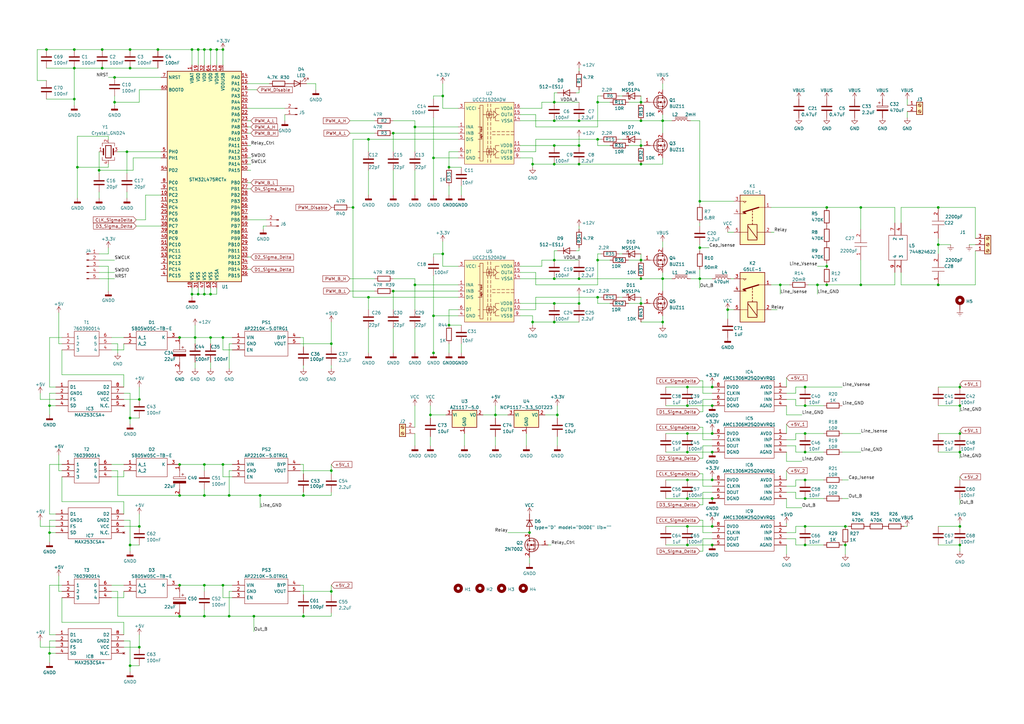
<source format=kicad_sch>
(kicad_sch (version 20211123) (generator eeschema)
  (paper "A3")
  (junction (at 88.9 20.32))
  (junction (at 20.32 218.44))
  (junction (at 170.18 116.84))
  (junction (at 20.32 166.37))
  (junction (at 78.74 120.65))
  (junction (at 281.94 185.42))
  (junction (at 384.81 85.09))
  (junction (at 384.81 100.33))
  (junction (at 292.1 223.52))
  (junction (at 52.07 62.23))
  (junction (at 57.15 265.43))
  (junction (at 30.48 20.32))
  (junction (at 353.06 85.09))
  (junction (at 281.94 158.75))
  (junction (at 330.2 177.8))
  (junction (at 46.99 41.91))
  (junction (at 281.94 166.37))
  (junction (at 227.33 132.08))
  (junction (at 262.89 41.91))
  (junction (at 292.1 185.42))
  (junction (at 384.81 116.84))
  (junction (at 218.44 132.08))
  (junction (at 393.7 166.37))
  (junction (at 330.2 196.85))
  (junction (at 124.46 252.73))
  (junction (at 393.7 185.42))
  (junction (at 41.91 27.94))
  (junction (at 181.61 39.37))
  (junction (at 287.02 114.3))
  (junction (at 64.77 20.32))
  (junction (at 262.89 106.68))
  (junction (at 281.94 177.8))
  (junction (at 330.2 223.52))
  (junction (at 93.98 252.73))
  (junction (at 151.13 57.15))
  (junction (at 31.75 68.58))
  (junction (at 245.11 57.15))
  (junction (at 177.8 144.7639))
  (junction (at 346.71 215.9))
  (junction (at 46.99 31.75))
  (junction (at 86.36 138.43))
  (junction (at 330.2 158.75))
  (junction (at 287.02 82.55))
  (junction (at 330.2 166.37))
  (junction (at 135.89 242.57))
  (junction (at 83.82 252.73))
  (junction (at 83.82 240.03))
  (junction (at 40.64 69.85))
  (junction (at 53.34 171.45))
  (junction (at 228.6 170.18))
  (junction (at 86.36 120.65))
  (junction (at 237.49 67.31))
  (junction (at 83.82 20.32))
  (junction (at 78.74 20.32))
  (junction (at 262.89 67.31))
  (junction (at 393.7 158.75))
  (junction (at 73.66 203.2))
  (junction (at 237.49 114.3))
  (junction (at 320.04 116.84))
  (junction (at 177.8 64.77))
  (junction (at 271.78 132.08))
  (junction (at 393.7 215.9))
  (junction (at 339.09 85.09))
  (junction (at 93.98 203.2))
  (junction (at 151.13 121.92))
  (junction (at 83.82 120.65))
  (junction (at 104.14 252.73))
  (junction (at 292.1 215.9))
  (junction (at 57.15 163.83))
  (junction (at 245.11 41.91))
  (junction (at 19.05 20.32))
  (junction (at 30.48 27.94))
  (junction (at 53.34 20.32))
  (junction (at 41.91 20.32))
  (junction (at 57.15 215.9))
  (junction (at 393.7 177.8))
  (junction (at 393.7 223.52))
  (junction (at 227.33 114.3))
  (junction (at 330.2 185.42))
  (junction (at 176.53 170.18))
  (junction (at 203.2 170.18))
  (junction (at 339.09 116.84))
  (junction (at 30.48 40.64))
  (junction (at 161.29 54.61))
  (junction (at 20.32 267.97))
  (junction (at 330.2 215.9))
  (junction (at 227.33 67.31))
  (junction (at 292.1 166.37))
  (junction (at 227.33 59.69))
  (junction (at 227.33 106.68))
  (junction (at 262.89 114.3))
  (junction (at 227.33 124.46))
  (junction (at 170.18 52.07))
  (junction (at 91.44 190.5))
  (junction (at 106.68 203.2))
  (junction (at 227.33 41.91))
  (junction (at 245.11 106.68))
  (junction (at 91.44 138.43))
  (junction (at 281.94 204.47))
  (junction (at 271.78 114.3))
  (junction (at 184.15 133.35))
  (junction (at 292.1 177.8))
  (junction (at 53.34 223.52))
  (junction (at 83.82 203.2))
  (junction (at 73.66 138.43))
  (junction (at 53.34 273.05))
  (junction (at 346.71 223.52))
  (junction (at 135.89 193.04))
  (junction (at 161.29 119.38))
  (junction (at 287.02 101.6))
  (junction (at 237.49 124.46))
  (junction (at 91.44 240.03))
  (junction (at 181.61 104.14))
  (junction (at 271.78 49.53))
  (junction (at 81.28 20.32))
  (junction (at 86.36 20.32))
  (junction (at 262.89 49.53))
  (junction (at 335.28 116.84))
  (junction (at 177.8 129.54))
  (junction (at 73.66 240.03))
  (junction (at 353.06 116.84))
  (junction (at 144.78 85.09))
  (junction (at 237.49 59.69))
  (junction (at 292.1 196.85))
  (junction (at 53.34 27.94))
  (junction (at 227.33 49.53))
  (junction (at 339.09 109.22))
  (junction (at 330.2 204.47))
  (junction (at 73.66 252.73))
  (junction (at 218.44 67.31))
  (junction (at 184.15 68.58))
  (junction (at 135.89 140.97))
  (junction (at 124.46 203.2))
  (junction (at 81.28 120.65))
  (junction (at 80.01 138.43))
  (junction (at 281.94 223.52))
  (junction (at 73.66 190.5))
  (junction (at 292.1 204.47))
  (junction (at 245.11 121.92))
  (junction (at 217.17 218.44))
  (junction (at 292.1 158.75))
  (junction (at 262.89 59.69))
  (junction (at 281.94 196.85))
  (junction (at 262.89 124.46))
  (junction (at 281.94 215.9))
  (junction (at 83.82 190.5))
  (junction (at 298.45 127))
  (junction (at 237.49 49.53))
  (junction (at 91.44 20.32))
  (wire (pts (xy 50.8 240.03) (xy 45.72 240.03)))
  (wire (pts (xy 124.46 252.73) (xy 135.89 252.73)))
  (wire (pts (xy 46.99 43.18) (xy 46.99 41.91)))
  (wire (pts (xy 400.05 102.87) (xy 400.05 116.84)))
  (wire (pts (xy 326.39 204.47) (xy 330.2 204.47)))
  (wire (pts (xy 222.25 106.68) (xy 227.33 106.68)))
  (wire (pts (xy 25.4 143.51) (xy 25.4 153.67)))
  (wire (pts (xy 44.45 101.6) (xy 44.45 104.14)))
  (wire (pts (xy 20.32 161.29) (xy 22.86 161.29)))
  (wire (pts (xy 161.29 49.53) (xy 170.18 49.53)))
  (wire (pts (xy 91.44 195.58) (xy 95.25 195.58)))
  (wire (pts (xy 45.72 138.43) (xy 50.8 138.43)))
  (wire (pts (xy 52.07 78.74) (xy 52.07 81.28)))
  (wire (pts (xy 161.29 144.78) (xy 161.29 134.62)))
  (wire (pts (xy 292.1 201.93) (xy 288.29 201.93)))
  (wire (pts (xy 106.68 208.28) (xy 106.68 203.2)))
  (wire (pts (xy 50.8 265.43) (xy 57.15 265.43)))
  (wire (pts (xy 222.25 106.68) (xy 222.25 109.22)))
  (wire (pts (xy 124.46 201.93) (xy 124.46 203.2)))
  (wire (pts (xy 218.44 132.08) (xy 227.33 132.08)))
  (wire (pts (xy 177.8 144.7639) (xy 177.8 129.54)))
  (wire (pts (xy 88.9 20.32) (xy 91.44 20.32)))
  (wire (pts (xy 57.15 215.9) (xy 57.15 210.82)))
  (wire (pts (xy 41.91 27.94) (xy 53.34 27.94)))
  (wire (pts (xy 237.49 27.94) (xy 237.49 29.21)))
  (wire (pts (xy 20.32 190.5) (xy 20.32 210.82)))
  (wire (pts (xy 237.49 93.98) (xy 237.49 92.71)))
  (wire (pts (xy 181.61 44.45) (xy 187.96 44.45)))
  (wire (pts (xy 143.51 85.09) (xy 144.78 85.09)))
  (wire (pts (xy 228.6 171.45) (xy 228.6 170.18)))
  (wire (pts (xy 281.94 166.37) (xy 292.1 166.37)))
  (wire (pts (xy 322.58 189.23) (xy 328.93 189.23)))
  (wire (pts (xy 254 57.15) (xy 255.27 57.15)))
  (wire (pts (xy 245.11 104.14) (xy 245.11 106.68)))
  (wire (pts (xy 326.39 201.93) (xy 326.39 204.47)))
  (wire (pts (xy 287.02 194.31) (xy 288.29 194.31)))
  (wire (pts (xy 135.89 194.31) (xy 135.89 193.04)))
  (wire (pts (xy 45.72 140.97) (xy 48.26 140.97)))
  (wire (pts (xy 219.71 111.76) (xy 219.71 116.84)))
  (wire (pts (xy 262.89 104.14) (xy 262.89 106.68)))
  (wire (pts (xy 281.94 204.47) (xy 292.1 204.47)))
  (wire (pts (xy 190.5 177.8) (xy 190.5 182.88)))
  (wire (pts (xy 287.02 114.3) (xy 287.02 118.11)))
  (wire (pts (xy 326.39 182.88) (xy 326.39 185.42)))
  (wire (pts (xy 273.05 177.8) (xy 281.94 177.8)))
  (wire (pts (xy 95.25 140.97) (xy 93.98 140.97)))
  (wire (pts (xy 257.81 106.68) (xy 262.89 106.68)))
  (wire (pts (xy 287.02 83.82) (xy 287.02 82.55)))
  (wire (pts (xy 237.49 114.3) (xy 262.89 114.3)))
  (wire (pts (xy 287.02 156.21) (xy 288.29 156.21)))
  (wire (pts (xy 203.2 170.18) (xy 208.28 170.18)))
  (wire (pts (xy 237.49 106.68) (xy 227.33 106.68)))
  (wire (pts (xy 245.11 106.68) (xy 250.19 106.68)))
  (wire (pts (xy 170.18 144.78) (xy 170.18 134.62)))
  (wire (pts (xy 222.25 41.91) (xy 222.25 44.45)))
  (wire (pts (xy 337.82 166.37) (xy 330.2 166.37)))
  (wire (pts (xy 287.02 101.6) (xy 290.83 101.6)))
  (wire (pts (xy 337.82 223.52) (xy 330.2 223.52)))
  (wire (pts (xy 83.82 240.03) (xy 91.44 240.03)))
  (wire (pts (xy 48.26 242.57) (xy 48.26 252.73)))
  (wire (pts (xy 227.33 114.3) (xy 237.49 114.3)))
  (wire (pts (xy 326.39 220.98) (xy 326.39 223.52)))
  (wire (pts (xy 246.38 104.14) (xy 245.11 104.14)))
  (wire (pts (xy 50.8 163.83) (xy 57.15 163.83)))
  (wire (pts (xy 95.25 193.04) (xy 93.98 193.04)))
  (wire (pts (xy 181.61 104.14) (xy 181.61 109.22)))
  (wire (pts (xy 20.32 222.25) (xy 20.32 218.44)))
  (wire (pts (xy 16.51 163.83) (xy 16.51 161.29)))
  (wire (pts (xy 218.44 67.31) (xy 227.33 67.31)))
  (wire (pts (xy 177.8 64.77) (xy 187.96 64.77)))
  (wire (pts (xy 46.99 31.75) (xy 66.04 31.75)))
  (wire (pts (xy 44.45 57.15) (xy 44.45 55.88)))
  (wire (pts (xy 83.82 203.2) (xy 83.82 200.66)))
  (wire (pts (xy 83.82 240.03) (xy 73.66 240.03)))
  (wire (pts (xy 86.36 138.43) (xy 91.44 138.43)))
  (wire (pts (xy 64.77 20.32) (xy 78.74 20.32)))
  (wire (pts (xy 245.11 116.84) (xy 245.11 106.68)))
  (wire (pts (xy 322.58 193.04) (xy 322.58 196.85)))
  (wire (pts (xy 292.1 214.63) (xy 292.1 215.9)))
  (wire (pts (xy 187.96 62.23) (xy 184.15 62.23)))
  (wire (pts (xy 93.98 203.2) (xy 106.68 203.2)))
  (wire (pts (xy 347.98 204.47) (xy 345.44 204.47)))
  (wire (pts (xy 367.03 111.76) (xy 367.03 116.84)))
  (wire (pts (xy 184.15 144.78) (xy 184.15 140.97)))
  (wire (pts (xy 143.51 114.3) (xy 153.67 114.3)))
  (wire (pts (xy 287.02 213.36) (xy 288.29 213.36)))
  (wire (pts (xy 22.86 215.9) (xy 16.51 215.9)))
  (wire (pts (xy 316.23 116.84) (xy 320.04 116.84)))
  (wire (pts (xy 78.74 26.67) (xy 78.74 20.32)))
  (wire (pts (xy 330.2 158.75) (xy 345.44 158.75)))
  (wire (pts (xy 20.32 271.78) (xy 20.32 267.97)))
  (wire (pts (xy 20.32 166.37) (xy 20.32 161.29)))
  (wire (pts (xy 326.39 185.42) (xy 330.2 185.42)))
  (wire (pts (xy 22.86 218.44) (xy 20.32 218.44)))
  (wire (pts (xy 124.46 190.5) (xy 123.19 190.5)))
  (wire (pts (xy 292.1 176.53) (xy 292.1 177.8)))
  (wire (pts (xy 217.17 231.14) (xy 217.17 228.6)))
  (wire (pts (xy 124.46 240.03) (xy 124.46 243.84)))
  (wire (pts (xy 50.8 213.36) (xy 53.34 213.36)))
  (wire (pts (xy 288.29 180.34) (xy 288.29 175.26)))
  (wire (pts (xy 45.72 195.58) (xy 50.8 195.58)))
  (wire (pts (xy 227.33 49.53) (xy 237.49 49.53)))
  (wire (pts (xy 262.89 49.53) (xy 271.78 49.53)))
  (wire (pts (xy 218.44 133.35) (xy 218.44 132.08)))
  (wire (pts (xy 287.02 175.26) (xy 288.29 175.26)))
  (wire (pts (xy 330.2 215.9) (xy 346.71 215.9)))
  (wire (pts (xy 64.77 27.94) (xy 53.34 27.94)))
  (wire (pts (xy 288.29 161.29) (xy 288.29 156.21)))
  (wire (pts (xy 213.36 111.76) (xy 219.71 111.76)))
  (wire (pts (xy 40.64 109.22) (xy 44.45 109.22)))
  (wire (pts (xy 228.6 166.37) (xy 228.6 170.18)))
  (wire (pts (xy 298.45 95.25) (xy 300.99 95.25)))
  (wire (pts (xy 322.58 182.88) (xy 326.39 182.88)))
  (wire (pts (xy 245.11 41.91) (xy 250.19 41.91)))
  (wire (pts (xy 44.45 109.22) (xy 44.45 119.38)))
  (wire (pts (xy 292.1 220.98) (xy 288.29 220.98)))
  (wire (pts (xy 335.28 116.84) (xy 339.09 116.84)))
  (wire (pts (xy 45.72 245.11) (xy 50.8 245.11)))
  (wire (pts (xy 151.13 121.92) (xy 151.13 127)))
  (wire (pts (xy 144.78 85.09) (xy 144.78 57.15)))
  (wire (pts (xy 219.71 52.07) (xy 245.11 52.07)))
  (wire (pts (xy 372.11 215.9) (xy 370.84 215.9)))
  (wire (pts (xy 22.86 166.37) (xy 20.32 166.37)))
  (wire (pts (xy 110.49 34.29) (xy 101.6 34.29)))
  (wire (pts (xy 389.89 100.33) (xy 384.81 100.33)))
  (wire (pts (xy 24.13 186.69) (xy 24.13 193.04)))
  (wire (pts (xy 271.78 34.29) (xy 271.78 36.83)))
  (wire (pts (xy 101.6 67.31) (xy 102.87 67.31)))
  (wire (pts (xy 237.49 120.65) (xy 237.49 124.46)))
  (wire (pts (xy 83.82 242.57) (xy 83.82 240.03)))
  (wire (pts (xy 189.23 68.58) (xy 184.15 68.58)))
  (wire (pts (xy 16.51 215.9) (xy 16.51 213.36)))
  (wire (pts (xy 66.04 64.77) (xy 54.61 64.77)))
  (wire (pts (xy 292.1 215.9) (xy 281.94 215.9)))
  (wire (pts (xy 124.46 251.46) (xy 124.46 252.73)))
  (wire (pts (xy 80.01 151.13) (xy 80.01 148.59)))
  (wire (pts (xy 262.89 67.31) (xy 271.78 67.31)))
  (wire (pts (xy 322.58 220.98) (xy 326.39 220.98)))
  (wire (pts (xy 393.7 187.96) (xy 393.7 185.42)))
  (wire (pts (xy 50.8 190.5) (xy 45.72 190.5)))
  (wire (pts (xy 353.06 116.84) (xy 367.03 116.84)))
  (wire (pts (xy 326.39 215.9) (xy 330.2 215.9)))
  (wire (pts (xy 177.8 48.26) (xy 177.8 64.77)))
  (wire (pts (xy 322.58 218.44) (xy 326.39 218.44)))
  (wire (pts (xy 22.86 260.35) (xy 20.32 260.35)))
  (wire (pts (xy 54.61 69.85) (xy 40.64 69.85)))
  (wire (pts (xy 228.6 38.1) (xy 227.33 38.1)))
  (wire (pts (xy 322.58 214.63) (xy 322.58 215.9)))
  (wire (pts (xy 57.15 36.83) (xy 66.04 36.83)))
  (wire (pts (xy 326.39 199.39) (xy 326.39 196.85)))
  (wire (pts (xy 177.8 144.78) (xy 177.8 144.7639)))
  (wire (pts (xy 91.44 245.11) (xy 91.44 240.03)))
  (wire (pts (xy 161.29 80.01) (xy 161.29 69.85)))
  (wire (pts (xy 271.78 49.53) (xy 271.78 46.99)))
  (wire (pts (xy 20.32 213.36) (xy 22.86 213.36)))
  (wire (pts (xy 102.87 49.53) (xy 101.6 49.53)))
  (wire (pts (xy 298.45 127) (xy 300.99 127)))
  (wire (pts (xy 86.36 138.43) (xy 80.01 138.43)))
  (wire (pts (xy 245.11 57.15) (xy 219.71 57.15)))
  (wire (pts (xy 322.58 223.52) (xy 322.58 227.33)))
  (wire (pts (xy 189.23 80.01) (xy 189.23 76.2)))
  (wire (pts (xy 326.39 177.8) (xy 330.2 177.8)))
  (wire (pts (xy 177.8 129.54) (xy 187.96 129.54)))
  (wire (pts (xy 78.74 121.92) (xy 78.74 120.65)))
  (wire (pts (xy 384.81 215.9) (xy 393.7 215.9)))
  (wire (pts (xy 91.44 190.5) (xy 95.25 190.5)))
  (wire (pts (xy 322.58 201.93) (xy 326.39 201.93)))
  (wire (pts (xy 400.05 85.09) (xy 384.81 85.09)))
  (wire (pts (xy 273.05 185.42) (xy 281.94 185.42)))
  (wire (pts (xy 187.96 121.92) (xy 151.13 121.92)))
  (wire (pts (xy 83.82 193.04) (xy 83.82 190.5)))
  (wire (pts (xy 135.89 142.24) (xy 135.89 140.97)))
  (wire (pts (xy 208.28 218.44) (xy 217.17 218.44)))
  (wire (pts (xy 213.36 124.46) (xy 227.33 124.46)))
  (wire (pts (xy 181.61 39.37) (xy 181.61 44.45)))
  (wire (pts (xy 53.34 20.32) (xy 64.77 20.32)))
  (wire (pts (xy 287.02 207.01) (xy 288.29 207.01)))
  (wire (pts (xy 25.4 240.03) (xy 20.32 240.03)))
  (wire (pts (xy 337.82 185.42) (xy 330.2 185.42)))
  (wire (pts (xy 187.96 127) (xy 184.15 127)))
  (wire (pts (xy 237.49 67.31) (xy 262.89 67.31)))
  (wire (pts (xy 287.02 100.33) (xy 287.02 101.6)))
  (wire (pts (xy 353.06 177.8) (xy 345.44 177.8)))
  (wire (pts (xy 326.39 218.44) (xy 326.39 215.9)))
  (wire (pts (xy 384.81 100.33) (xy 384.81 104.14)))
  (wire (pts (xy 83.82 190.5) (xy 91.44 190.5)))
  (wire (pts (xy 187.96 57.15) (xy 151.13 57.15)))
  (wire (pts (xy 25.4 245.11) (xy 25.4 255.27)))
  (wire (pts (xy 288.29 163.83) (xy 288.29 168.91)))
  (wire (pts (xy 20.32 262.89) (xy 22.86 262.89)))
  (wire (pts (xy 184.15 127) (xy 184.15 133.35)))
  (wire (pts (xy 283.21 114.3) (xy 287.02 114.3)))
  (wire (pts (xy 30.48 43.18) (xy 30.48 40.64)))
  (wire (pts (xy 124.46 149.86) (xy 124.46 151.13)))
  (wire (pts (xy 316.23 85.09) (xy 339.09 85.09)))
  (wire (pts (xy 331.47 116.84) (xy 335.28 116.84)))
  (wire (pts (xy 326.39 158.75) (xy 330.2 158.75)))
  (wire (pts (xy 246.38 57.15) (xy 245.11 57.15)))
  (wire (pts (xy 215.9 177.8) (xy 215.9 182.88)))
  (wire (pts (xy 320.04 120.65) (xy 320.04 116.84)))
  (wire (pts (xy 271.78 133.35) (xy 271.78 132.08)))
  (wire (pts (xy 271.78 114.3) (xy 271.78 111.76)))
  (wire (pts (xy 135.89 240.03) (xy 135.89 242.57)))
  (wire (pts (xy 326.39 180.34) (xy 326.39 177.8)))
  (wire (pts (xy 161.29 114.3) (xy 170.18 114.3)))
  (wire (pts (xy 24.13 140.97) (xy 25.4 140.97)))
  (wire (pts (xy 91.44 20.32) (xy 91.44 26.67)))
  (wire (pts (xy 59.69 80.01) (xy 59.69 90.17)))
  (wire (pts (xy 101.6 36.83) (xy 105.41 36.83)))
  (wire (pts (xy 384.81 177.8) (xy 393.7 177.8)))
  (wire (pts (xy 262.89 57.15) (xy 262.89 59.69)))
  (wire (pts (xy 384.81 185.42) (xy 393.7 185.42)))
  (wire (pts (xy 143.51 119.38) (xy 153.67 119.38)))
  (wire (pts (xy 124.46 203.2) (xy 135.89 203.2)))
  (wire (pts (xy 93.98 193.04) (xy 93.98 203.2)))
  (wire (pts (xy 46.99 41.91) (xy 46.99 39.37)))
  (wire (pts (xy 198.12 170.18) (xy 203.2 170.18)))
  (wire (pts (xy 93.98 252.73) (xy 104.14 252.73)))
  (wire (pts (xy 48.26 252.73) (xy 73.66 252.73)))
  (wire (pts (xy 227.33 38.1) (xy 227.33 41.91)))
  (wire (pts (xy 262.89 132.08) (xy 271.78 132.08)))
  (wire (pts (xy 57.15 36.83) (xy 57.15 41.91)))
  (wire (pts (xy 24.13 236.22) (xy 24.13 242.57)))
  (wire (pts (xy 170.18 49.53) (xy 170.18 52.07)))
  (wire (pts (xy 107.95 93.98) (xy 107.95 92.71)))
  (wire (pts (xy 50.8 195.58) (xy 50.8 193.04)))
  (wire (pts (xy 339.09 85.09) (xy 353.06 85.09)))
  (wire (pts (xy 91.44 138.43) (xy 95.25 138.43)))
  (wire (pts (xy 237.49 49.53) (xy 262.89 49.53)))
  (wire (pts (xy 237.49 102.87) (xy 237.49 101.6)))
  (wire (pts (xy 44.45 104.14) (xy 40.64 104.14)))
  (wire (pts (xy 287.02 226.06) (xy 288.29 226.06)))
  (wire (pts (xy 281.94 185.42) (xy 292.1 185.42)))
  (wire (pts (xy 124.46 138.43) (xy 123.19 138.43)))
  (wire (pts (xy 101.6 44.45) (xy 116.84 44.45)))
  (wire (pts (xy 48.26 62.23) (xy 52.07 62.23)))
  (wire (pts (xy 135.89 203.2) (xy 135.89 201.93)))
  (wire (pts (xy 257.81 41.91) (xy 262.89 41.91)))
  (wire (pts (xy 24.13 128.27) (xy 24.13 140.97)))
  (wire (pts (xy 44.45 67.31) (xy 44.45 68.58)))
  (wire (pts (xy 81.28 118.11) (xy 81.28 120.65)))
  (wire (pts (xy 50.8 255.27) (xy 50.8 260.35)))
  (wire (pts (xy 353.06 106.68) (xy 353.06 116.84)))
  (wire (pts (xy 170.18 116.84) (xy 170.18 127)))
  (wire (pts (xy 91.44 240.03) (xy 95.25 240.03)))
  (wire (pts (xy 369.57 85.09) (xy 384.81 85.09)))
  (wire (pts (xy 57.15 171.45) (xy 53.34 171.45)))
  (wire (pts (xy 322.58 204.47) (xy 322.58 208.28)))
  (wire (pts (xy 50.8 245.11) (xy 50.8 242.57)))
  (wire (pts (xy 316.23 95.25) (xy 317.5 95.25)))
  (wire (pts (xy 287.02 114.3) (xy 292.1 114.3)))
  (wire (pts (xy 213.36 46.99) (xy 219.71 46.99)))
  (wire (pts (xy 143.51 49.53) (xy 153.67 49.53)))
  (wire (pts (xy 83.82 252.73) (xy 83.82 250.19)))
  (wire (pts (xy 73.66 203.2) (xy 83.82 203.2)))
  (wire (pts (xy 53.34 223.52) (xy 53.34 226.06)))
  (wire (pts (xy 245.11 124.46) (xy 245.11 121.92)))
  (wire (pts (xy 213.36 49.53) (xy 227.33 49.53)))
  (wire (pts (xy 102.87 54.61) (xy 101.6 54.61)))
  (wire (pts (xy 219.71 62.23) (xy 213.36 62.23)))
  (wire (pts (xy 45.72 193.04) (xy 48.26 193.04)))
  (wire (pts (xy 273.05 215.9) (xy 281.94 215.9)))
  (wire (pts (xy 264.16 59.69) (xy 262.89 59.69)))
  (wire (pts (xy 283.21 49.53) (xy 287.02 49.53)))
  (wire (pts (xy 346.71 227.33) (xy 346.71 223.52)))
  (wire (pts (xy 135.89 190.5) (xy 135.89 193.04)))
  (wire (pts (xy 19.05 40.64) (xy 30.48 40.64)))
  (wire (pts (xy 176.53 170.18) (xy 182.88 170.18)))
  (wire (pts (xy 264.16 124.46) (xy 262.89 124.46)))
  (wire (pts (xy 50.8 143.51) (xy 50.8 140.97)))
  (wire (pts (xy 299.72 114.3) (xy 300.99 114.3)))
  (wire (pts (xy 393.7 168.91) (xy 393.7 166.37)))
  (wire (pts (xy 129.54 36.83) (xy 129.54 34.29)))
  (wire (pts (xy 20.32 267.97) (xy 20.32 262.89)))
  (wire (pts (xy 170.18 52.07) (xy 170.18 62.23)))
  (wire (pts (xy 44.45 55.88) (xy 31.75 55.88)))
  (wire (pts (xy 288.29 182.88) (xy 288.29 187.96)))
  (wire (pts (xy 170.18 177.8) (xy 170.18 182.88)))
  (wire (pts (xy 335.28 109.22) (xy 339.09 109.22)))
  (wire (pts (xy 292.1 182.88) (xy 288.29 182.88)))
  (wire (pts (xy 25.4 205.74) (xy 50.8 205.74)))
  (wire (pts (xy 135.89 251.46) (xy 135.89 252.73)))
  (wire (pts (xy 262.89 114.3) (xy 271.78 114.3)))
  (wire (pts (xy 322.58 173.99) (xy 322.58 177.8)))
  (wire (pts (xy 123.19 193.04) (xy 135.89 193.04)))
  (wire (pts (xy 91.44 245.11) (xy 95.25 245.11)))
  (wire (pts (xy 237.49 55.88) (xy 237.49 59.69)))
  (wire (pts (xy 57.15 273.05) (xy 53.34 273.05)))
  (wire (pts (xy 50.8 215.9) (xy 57.15 215.9)))
  (wire (pts (xy 95.25 242.57) (xy 93.98 242.57)))
  (wire (pts (xy 213.36 114.3) (xy 227.33 114.3)))
  (wire (pts (xy 91.44 143.51) (xy 91.44 138.43)))
  (wire (pts (xy 246.38 121.92) (xy 245.11 121.92)))
  (wire (pts (xy 393.7 207.01) (xy 393.7 204.47)))
  (wire (pts (xy 66.04 80.01) (xy 59.69 80.01)))
  (wire (pts (xy 161.29 127) (xy 161.29 119.38)))
  (wire (pts (xy 177.8 113.03) (xy 177.8 129.54)))
  (wire (pts (xy 81.28 120.65) (xy 78.74 120.65)))
  (wire (pts (xy 322.58 199.39) (xy 326.39 199.39)))
  (wire (pts (xy 78.74 120.65) (xy 78.74 118.11)))
  (wire (pts (xy 151.13 57.15) (xy 151.13 62.23)))
  (wire (pts (xy 78.74 20.32) (xy 81.28 20.32)))
  (wire (pts (xy 346.71 215.9) (xy 347.98 215.9)))
  (wire (pts (xy 292.1 195.58) (xy 292.1 196.85)))
  (wire (pts (xy 88.9 20.32) (xy 88.9 26.67)))
  (wire (pts (xy 288.29 199.39) (xy 288.29 194.31)))
  (wire (pts (xy 50.8 153.67) (xy 50.8 158.75)))
  (wire (pts (xy 53.34 161.29) (xy 53.34 171.45)))
  (wire (pts (xy 81.28 20.32) (xy 83.82 20.32)))
  (wire (pts (xy 44.45 68.58) (xy 31.75 68.58)))
  (wire (pts (xy 393.7 176.53) (xy 393.7 177.8)))
  (wire (pts (xy 135.89 243.84) (xy 135.89 242.57)))
  (wire (pts (xy 218.44 68.58) (xy 218.44 67.31)))
  (wire (pts (xy 337.82 196.85) (xy 330.2 196.85)))
  (wire (pts (xy 45.72 143.51) (xy 50.8 143.51)))
  (wire (pts (xy 170.18 80.01) (xy 170.18 69.85)))
  (wire (pts (xy 372.11 40.64) (xy 372.11 43.18)))
  (wire (pts (xy 91.44 143.51) (xy 95.25 143.51)))
  (wire (pts (xy 93.98 242.57) (xy 93.98 252.73)))
  (wire (pts (xy 369.57 91.44) (xy 369.57 85.09)))
  (wire (pts (xy 292.1 157.48) (xy 292.1 158.75)))
  (wire (pts (xy 400.05 85.09) (xy 400.05 97.79)))
  (wire (pts (xy 292.1 161.29) (xy 288.29 161.29)))
  (wire (pts (xy 54.61 64.77) (xy 54.61 69.85)))
  (wire (pts (xy 135.89 132.08) (xy 135.89 140.97)))
  (wire (pts (xy 176.53 179.07) (xy 176.53 182.88)))
  (wire (pts (xy 203.2 166.37) (xy 203.2 170.18)))
  (wire (pts (xy 102.87 77.47) (xy 101.6 77.47)))
  (wire (pts (xy 271.78 119.38) (xy 271.78 114.3)))
  (wire (pts (xy 288.29 220.98) (xy 288.29 226.06)))
  (wire (pts (xy 86.36 140.97) (xy 86.36 138.43)))
  (wire (pts (xy 326.39 161.29) (xy 326.39 158.75)))
  (wire (pts (xy 143.51 54.61) (xy 153.67 54.61)))
  (wire (pts (xy 25.4 190.5) (xy 20.32 190.5)))
  (wire (pts (xy 184.15 80.01) (xy 184.15 76.2)))
  (wire (pts (xy 101.6 90.17) (xy 109.22 90.17)))
  (wire (pts (xy 30.48 20.32) (xy 41.91 20.32)))
  (wire (pts (xy 400.05 116.84) (xy 384.81 116.84)))
  (wire (pts (xy 384.81 223.52) (xy 393.7 223.52)))
  (wire (pts (xy 222.25 44.45) (xy 213.36 44.45)))
  (wire (pts (xy 48.26 140.97) (xy 48.26 144.78)))
  (wire (pts (xy 83.82 118.11) (xy 83.82 120.65)))
  (wire (pts (xy 57.15 163.83) (xy 57.15 158.75)))
  (wire (pts (xy 393.7 214.63) (xy 393.7 215.9)))
  (wire (pts (xy 124.46 142.24) (xy 124.46 138.43)))
  (wire (pts (xy 228.6 179.07) (xy 228.6 182.88)))
  (wire (pts (xy 177.8 105.41) (xy 177.8 104.14)))
  (wire (pts (xy 222.25 109.22) (xy 213.36 109.22)))
  (wire (pts (xy 187.96 52.07) (xy 170.18 52.07)))
  (wire (pts (xy 292.1 158.75) (xy 281.94 158.75)))
  (wire (pts (xy 52.07 62.23) (xy 66.04 62.23)))
  (wire (pts (xy 203.2 171.45) (xy 203.2 170.18)))
  (wire (pts (xy 31.75 55.88) (xy 31.75 68.58)))
  (wire (pts (xy 384.81 97.79) (xy 384.81 100.33)))
  (wire (pts (xy 367.03 85.09) (xy 367.03 91.44)))
  (wire (pts (xy 254 121.92) (xy 255.27 121.92)))
  (wire (pts (xy 254 39.37) (xy 255.27 39.37)))
  (wire (pts (xy 326.39 163.83) (xy 326.39 166.37)))
  (wire (pts (xy 353.06 93.98) (xy 353.06 85.09)))
  (wire (pts (xy 326.39 196.85) (xy 330.2 196.85)))
  (wire (pts (xy 31.75 68.58) (xy 31.75 81.28)))
  (wire (pts (xy 203.2 179.07) (xy 203.2 182.88)))
  (wire (pts (xy 53.34 262.89) (xy 53.34 273.05)))
  (wire (pts (xy 102.87 52.07) (xy 101.6 52.07)))
  (wire (pts (xy 144.78 57.15) (xy 151.13 57.15)))
  (wire (pts (xy 335.28 120.65) (xy 335.28 116.84)))
  (wire (pts (xy 236.22 102.87) (xy 237.49 102.87)))
  (wire (pts (xy 116.84 46.99) (xy 116.84 49.53)))
  (wire (pts (xy 245.11 39.37) (xy 245.11 41.91)))
  (wire (pts (xy 25.4 195.58) (xy 25.4 205.74)))
  (wire (pts (xy 213.36 129.54) (xy 218.44 129.54)))
  (wire (pts (xy 52.07 71.12) (xy 52.07 62.23)))
  (wire (pts (xy 320.04 116.84) (xy 323.85 116.84)))
  (wire (pts (xy 322.58 208.28) (xy 328.93 208.28)))
  (wire (pts (xy 237.49 41.91) (xy 227.33 41.91)))
  (wire (pts (xy 187.96 116.84) (xy 170.18 116.84)))
  (wire (pts (xy 53.34 20.32) (xy 41.91 20.32)))
  (wire (pts (xy 237.49 59.69) (xy 227.33 59.69)))
  (wire (pts (xy 20.32 218.44) (xy 20.32 213.36)))
  (wire (pts (xy 50.8 205.74) (xy 50.8 210.82)))
  (wire (pts (xy 50.8 161.29) (xy 53.34 161.29)))
  (wire (pts (xy 83.82 20.32) (xy 83.82 26.67)))
  (wire (pts (xy 102.87 74.93) (xy 101.6 74.93)))
  (wire (pts (xy 104.14 259.08) (xy 104.14 252.73)))
  (wire (pts (xy 86.36 20.32) (xy 86.36 26.67)))
  (wire (pts (xy 245.11 59.69) (xy 245.11 57.15)))
  (wire (pts (xy 228.6 102.87) (xy 227.33 102.87)))
  (wire (pts (xy 271.78 132.08) (xy 271.78 129.54)))
  (wire (pts (xy 322.58 154.94) (xy 322.58 158.75)))
  (wire (pts (xy 170.18 114.3) (xy 170.18 116.84)))
  (wire (pts (xy 227.33 102.87) (xy 227.33 106.68)))
  (wire (pts (xy 24.13 242.57) (xy 25.4 242.57)))
  (wire (pts (xy 345.44 185.42) (xy 353.06 185.42)))
  (wire (pts (xy 346.71 223.52) (xy 345.44 223.52)))
  (wire (pts (xy 83.82 190.5) (xy 73.66 190.5)))
  (wire (pts (xy 83.82 20.32) (xy 86.36 20.32)))
  (wire (pts (xy 129.54 34.29) (xy 125.73 34.29)))
  (wire (pts (xy 20.32 240.03) (xy 20.32 260.35)))
  (wire (pts (xy 57.15 265.43) (xy 57.15 260.35)))
  (wire (pts (xy 144.78 85.09) (xy 144.78 121.92)))
  (wire (pts (xy 273.05 223.52) (xy 281.94 223.52)))
  (wire (pts (xy 161.29 62.23) (xy 161.29 54.61)))
  (wire (pts (xy 245.11 121.92) (xy 219.71 121.92)))
  (wire (pts (xy 181.61 34.29) (xy 181.61 39.37)))
  (wire (pts (xy 213.36 64.77) (xy 218.44 64.77)))
  (wire (pts (xy 298.45 130.81) (xy 298.45 127)))
  (wire (pts (xy 45.72 242.57) (xy 48.26 242.57)))
  (wire (pts (xy 22.86 163.83) (xy 16.51 163.83)))
  (wire (pts (xy 88.9 120.65) (xy 86.36 120.65)))
  (wire (pts (xy 369.57 116.84) (xy 384.81 116.84)))
  (wire (pts (xy 53.34 213.36) (xy 53.34 223.52)))
  (wire (pts (xy 59.69 90.17) (xy 55.88 90.17)))
  (wire (pts (xy 257.81 59.69) (xy 262.89 59.69)))
  (wire (pts (xy 318.77 127) (xy 316.23 127)))
  (wire (pts (xy 292.1 177.8) (xy 281.94 177.8)))
  (wire (pts (xy 30.48 27.94) (xy 41.91 27.94)))
  (wire (pts (xy 213.36 59.69) (xy 227.33 59.69)))
  (wire (pts (xy 22.86 267.97) (xy 20.32 267.97)))
  (wire (pts (xy 104.14 252.73) (xy 124.46 252.73)))
  (wire (pts (xy 246.38 39.37) (xy 245.11 39.37)))
  (wire (pts (xy 339.09 109.22) (xy 339.09 107.95)))
  (wire (pts (xy 372.11 45.72) (xy 372.11 48.26)))
  (wire (pts (xy 53.34 273.05) (xy 53.34 275.59)))
  (wire (pts (xy 170.18 166.37) (xy 170.18 175.26)))
  (wire (pts (xy 222.25 41.91) (xy 227.33 41.91)))
  (wire (pts (xy 24.13 193.04) (xy 25.4 193.04)))
  (wire (pts (xy 245.11 52.07) (xy 245.11 41.91)))
  (wire (pts (xy 101.6 64.77) (xy 102.87 64.77)))
  (wire (pts (xy 16.51 265.43) (xy 16.51 262.89)))
  (wire (pts (xy 187.96 119.38) (xy 161.29 119.38)))
  (wire (pts (xy 219.71 116.84) (xy 245.11 116.84)))
  (wire (pts (xy 177.8 40.64) (xy 177.8 39.37)))
  (wire (pts (xy 288.29 201.93) (xy 288.29 207.01)))
  (wire (pts (xy 86.36 20.32) (xy 88.9 20.32)))
  (wire (pts (xy 287.02 49.53) (xy 287.02 82.55)))
  (wire (pts (xy 393.7 226.06) (xy 393.7 223.52)))
  (wire (pts (xy 254 104.14) (xy 255.27 104.14)))
  (wire (pts (xy 53.34 171.45) (xy 53.34 173.99)))
  (wire (pts (xy 151.13 80.01) (xy 151.13 69.85)))
  (wire (pts (xy 177.8 39.37) (xy 181.61 39.37)))
  (wire (pts (xy 48.26 193.04) (xy 48.26 203.2)))
  (wire (pts (xy 275.59 114.3) (xy 271.78 114.3)))
  (wire (pts (xy 22.86 265.43) (xy 16.51 265.43)))
  (wire (pts (xy 326.39 166.37) (xy 330.2 166.37)))
  (wire (pts (xy 83.82 120.65) (xy 81.28 120.65)))
  (wire (pts (xy 135.89 151.13) (xy 135.89 149.86)))
  (wire (pts (xy 227.33 124.46) (xy 237.49 124.46)))
  (wire (pts (xy 227.33 132.08) (xy 237.49 132.08)))
  (wire (pts (xy 46.99 111.76) (xy 40.64 111.76)))
  (wire (pts (xy 292.1 199.39) (xy 288.29 199.39)))
  (wire (pts (xy 271.78 49.53) (xy 271.78 54.61)))
  (wire (pts (xy 57.15 223.52) (xy 53.34 223.52)))
  (wire (pts (xy 86.36 151.13) (xy 86.36 148.59)))
  (wire (pts (xy 30.48 40.64) (xy 30.48 27.94)))
  (wire (pts (xy 181.61 109.22) (xy 187.96 109.22)))
  (wire (pts (xy 287.02 82.55) (xy 300.99 82.55)))
  (wire (pts (xy 219.71 46.99) (xy 219.71 52.07)))
  (wire (pts (xy 275.59 49.53) (xy 271.78 49.53)))
  (wire (pts (xy 262.89 121.92) (xy 262.89 124.46)))
  (wire (pts (xy 292.1 196.85) (xy 281.94 196.85)))
  (wire (pts (xy 40.64 106.68) (xy 46.99 106.68)))
  (wire (pts (xy 287.02 110.49) (xy 287.02 114.3)))
  (wire (pts (xy 102.87 59.69) (xy 101.6 59.69)))
  (wire (pts (xy 288.29 218.44) (xy 288.29 213.36)))
  (wire (pts (xy 322.58 185.42) (xy 322.58 189.23)))
  (wire (pts (xy 83.82 203.2) (xy 93.98 203.2)))
  (wire (pts (xy 144.78 121.92) (xy 151.13 121.92)))
  (wire (pts (xy 292.1 180.34) (xy 288.29 180.34)))
  (wire (pts (xy 322.58 166.37) (xy 322.58 170.18)))
  (wire (pts (xy 326.39 223.52) (xy 330.2 223.52)))
  (wire (pts (xy 86.36 120.65) (xy 83.82 120.65)))
  (wire (pts (xy 80.01 138.43) (xy 73.66 138.43)))
  (wire (pts (xy 20.32 138.43) (xy 20.32 158.75)))
  (wire (pts (xy 176.53 166.37) (xy 176.53 170.18)))
  (wire (pts (xy 184.15 62.23) (xy 184.15 68.58)))
  (wire (pts (xy 237.49 36.83) (xy 237.49 38.1)))
  (wire (pts (xy 219.71 127) (xy 213.36 127)))
  (wire (pts (xy 347.98 196.85) (xy 345.44 196.85)))
  (wire (pts (xy 287.02 168.91) (xy 288.29 168.91)))
  (wire (pts (xy 273.05 204.47) (xy 281.94 204.47)))
  (wire (pts (xy 46.99 41.91) (xy 57.15 41.91)))
  (wire (pts (xy 369.57 111.76) (xy 369.57 116.84)))
  (wire (pts (xy 271.78 67.31) (xy 271.78 64.77)))
  (wire (pts (xy 15.24 33.02) (xy 15.24 20.32)))
  (wire (pts (xy 25.4 153.67) (xy 50.8 153.67)))
  (wire (pts (xy 22.86 210.82) (xy 20.32 210.82)))
  (wire (pts (xy 88.9 118.11) (xy 88.9 120.65)))
  (wire (pts (xy 86.36 118.11) (xy 86.36 120.65)))
  (wire (pts (xy 219.71 121.92) (xy 219.71 127)))
  (wire (pts (xy 81.28 20.32) (xy 81.28 26.67)))
  (wire (pts (xy 273.05 166.37) (xy 281.94 166.37)))
  (wire (pts (xy 124.46 240.03) (xy 123.19 240.03)))
  (wire (pts (xy 40.64 62.23) (xy 40.64 69.85)))
  (wire (pts (xy 44.45 31.75) (xy 46.99 31.75)))
  (wire (pts (xy 219.71 57.15) (xy 219.71 62.23)))
  (wire (pts (xy 19.05 27.94) (xy 30.48 27.94)))
  (wire (pts (xy 218.44 64.77) (xy 218.44 67.31)))
  (wire (pts (xy 322.58 180.34) (xy 326.39 180.34)))
  (wire (pts (xy 177.8 104.14) (xy 181.61 104.14)))
  (wire (pts (xy 400.05 100.33) (xy 397.51 100.33)))
  (wire (pts (xy 322.58 161.29) (xy 326.39 161.29)))
  (wire (pts (xy 257.81 124.46) (xy 262.89 124.46)))
  (wire (pts (xy 55.88 92.71) (xy 66.04 92.71)))
  (wire (pts (xy 80.01 140.97) (xy 80.01 138.43)))
  (wire (pts (xy 287.02 91.44) (xy 287.02 92.71)))
  (wire (pts (xy 101.6 110.49) (xy 102.87 110.49)))
  (wire (pts (xy 337.82 204.47) (xy 330.2 204.47)))
  (wire (pts (xy 287.02 102.87) (xy 287.02 101.6)))
  (wire (pts (xy 22.86 158.75) (xy 20.32 158.75)))
  (wire (pts (xy 273.05 196.85) (xy 281.94 196.85)))
  (wire (pts (xy 40.64 71.12) (xy 40.64 69.85)))
  (wire (pts (xy 40.64 81.28) (xy 40.64 78.74)))
  (wire (pts (xy 228.6 170.18) (xy 223.52 170.18)))
  (wire (pts (xy 189.23 144.78) (xy 189.23 140.97)))
  (wire (pts (xy 124.46 194.31) (xy 124.46 190.5)))
  (wire (pts (xy 237.49 38.1) (xy 236.22 38.1)))
  (wire (pts (xy 15.24 20.32) (xy 19.05 20.32)))
  (wire (pts (xy 264.16 106.68) (xy 262.89 106.68)))
  (wire (pts (xy 218.44 129.54) (xy 218.44 132.08)))
  (wire (pts (xy 177.8 80.01) (xy 177.8 64.77)))
  (wire (pts (xy 181.61 99.06) (xy 181.61 104.14)))
  (wire (pts (xy 292.1 163.83) (xy 288.29 163.83)))
  (wire (pts (xy 287.02 187.96) (xy 288.29 187.96)))
  (wire (pts (xy 80.01 133.35) (xy 80.01 138.43)))
  (wire (pts (xy 176.53 171.45) (xy 176.53 170.18)))
  (wire (pts (xy 339.09 116.84) (xy 353.06 116.84)))
  (wire (pts (xy 20.32 138.43) (xy 25.4 138.43)))
  (wire (pts (xy 20.32 170.18) (xy 20.32 166.37)))
  (wire (pts (xy 189.23 133.35) (xy 184.15 133.35)))
  (wire (pts (xy 123.19 140.97) (xy 135.89 140.97)))
  (wire (pts (xy 281.94 223.52) (xy 292.1 223.52)))
  (wire (pts (xy 250.19 59.69) (xy 245.11 59.69)))
  (wire (pts (xy 46.99 114.3) (xy 40.64 114.3)))
  (wire (pts (xy 273.05 158.75) (xy 281.94 158.75)))
  (wire (pts (xy 93.98 140.97) (xy 93.98 151.13)))
  (wire (pts (xy 124.46 203.2) (xy 106.68 203.2)))
  (wire (pts (xy 25.4 255.27) (xy 50.8 255.27)))
  (wire (pts (xy 48.26 203.2) (xy 73.66 203.2)))
  (wire (pts (xy 393.7 195.58) (xy 393.7 196.85)))
  (wire (pts (xy 264.16 41.91) (xy 262.89 41.91)))
  (wire (pts (xy 224.79 223.52) (xy 226.06 223.52)))
  (wire (pts (xy 102.87 105.41) (xy 101.6 105.41)))
  (wire (pts (xy 292.1 218.44) (xy 288.29 218.44)))
  (wire (pts (xy 107.95 92.71) (xy 109.22 92.71)))
  (wire (pts (xy 227.33 67.31) (xy 237.49 67.31)))
  (wire (pts (xy 250.19 124.46) (xy 245.11 124.46)))
  (wire (pts (xy 19.05 33.02) (xy 15.24 33.02)))
  (wire (pts (xy 353.06 85.09) (xy 367.03 85.09)))
  (wire (pts (xy 73.66 252.73) (xy 83.82 252.73)))
  (wire (pts (xy 91.44 195.58) (xy 91.44 190.5)))
  (wire (pts (xy 50.8 262.89) (xy 53.34 262.89)))
  (wire (pts (xy 322.58 163.83) (xy 326.39 163.83)))
  (wire (pts (xy 384.81 166.37) (xy 393.7 166.37)))
  (wire (pts (xy 322.58 170.18) (xy 328.93 170.18)))
  (wire (pts (xy 384.81 158.75) (xy 393.7 158.75)))
  (wire (pts (xy 83.82 252.73) (xy 93.98 252.73)))
  (wire (pts (xy 271.78 99.06) (xy 271.78 101.6)))
  (wire (pts (xy 19.05 20.32) (xy 30.48 20.32)))
  (wire (pts (xy 151.13 144.78) (xy 151.13 134.62)))
  (wire (pts (xy 101.6 69.85) (xy 102.87 69.85)))
  (wire (pts (xy 337.82 177.8) (xy 330.2 177.8)))
  (wire (pts (xy 187.96 54.61) (xy 161.29 54.61)))
  (wire (pts (xy 393.7 157.48) (xy 393.7 158.75)))
  (wire (pts (xy 123.19 242.57) (xy 135.89 242.57)))
  (wire (pts (xy 262.89 39.37) (xy 262.89 41.91)))
  (label "Relay_Ctrl" (at 102.87 59.69 0))
  (label "Line_Vsense" (at 345.44 158.75 0))
  (label "Line_GND" (at 328.93 170.18 0))
  (label "SWCLK" (at 46.99 106.68 0))
  (label "Cap_Isense" (at 290.83 101.6 0))
  (label "Line_Isense" (at 353.06 177.8 0))
  (label "Line_GND" (at 353.06 185.42 0))
  (label "Out_B" (at 347.98 204.47 0))
  (label "Out_B" (at 393.7 207.01 0))
  (label "Relay" (at 316.23 127 0))
  (label "NRST" (at 44.45 31.75 180))
  (label "Relay" (at 208.28 218.44 180))
  (label "NRST" (at 46.99 114.3 0))
  (label "Line_GND" (at 393.7 168.91 0))
  (label "SWDIO" (at 102.87 64.77 0))
  (label "Out_B" (at 328.93 208.28 0))
  (label "Line_GND" (at 345.44 166.37 0))
  (label "Line_Vsense" (at 335.28 109.22 180))
  (label "Out_B" (at 104.14 259.08 0))
  (label "Cap_Isense" (at 347.98 196.85 0))
  (label "Line_GND" (at 328.93 189.23 0))
  (label "VDDA_A" (at 229.87 41.91 0))
  (label "SWCLK" (at 102.87 67.31 0))
  (label "Relay_Ctrl" (at 226.06 223.52 0))
  (label "Line_Isense" (at 320.04 120.65 0))
  (label "SWDIO" (at 46.99 111.76 0))
  (label "Line_GND" (at 106.68 208.28 0))
  (label "Line_GND" (at 335.28 120.65 0))
  (label "Out_B" (at 287.02 118.11 0))
  (label "Relay" (at 317.5 95.25 0))
  (label "VDDA_B" (at 231.14 106.68 0))
  (label "Line_GND" (at 393.7 187.96 0))
  (global_label "D1_Sigma_Delta" (shape input) (at 102.87 110.49 0) (property "Intersheet References" "${INTERSHEET_REFS}" (effects hide)))
  (global_label "+5V_2" (shape input) (at 393.7 195.58 0) (property "Intersheet References" "${INTERSHEET_REFS}" (effects hide)))
  (global_label "+5V_1" (shape input) (at 393.7 157.48 0) (property "Intersheet References" "${INTERSHEET_REFS}" (effects hide)))
  (global_label "PWM_A_L" (shape input) (at 102.87 49.53 0) (property "Intersheet References" "${INTERSHEET_REFS}" (effects hide)))
  (global_label "+5V_2" (shape input) (at 322.58 193.04 0) (property "Intersheet References" "${INTERSHEET_REFS}" (effects hide)))
  (global_label "+5V_2" (shape input) (at 135.89 240.03 0) (property "Intersheet References" "${INTERSHEET_REFS}" (effects hide)))
  (global_label "+5V_1" (shape input) (at 322.58 173.99 0) (property "Intersheet References" "${INTERSHEET_REFS}" (effects hide)))
  (global_label "PWM_B_L" (shape input) (at 143.51 119.38 180) (property "Intersheet References" "${INTERSHEET_REFS}" (effects hide)))
  (global_label "PWM_A_L" (shape input) (at 143.51 54.61 180) (property "Intersheet References" "${INTERSHEET_REFS}" (effects hide)))
  (global_label "PWM_Disable" (shape input) (at 135.89 85.09 180) (property "Intersheet References" "${INTERSHEET_REFS}" (effects hide)))
  (global_label "D2_Sigma_Delta" (shape input) (at 102.87 105.41 0) (property "Intersheet References" "${INTERSHEET_REFS}" (effects hide)))
  (global_label "PWM_B_L" (shape input) (at 102.87 74.93 0) (property "Intersheet References" "${INTERSHEET_REFS}" (effects hide)))
  (global_label "PWM_B_H" (shape input) (at 102.87 54.61 0) (property "Intersheet References" "${INTERSHEET_REFS}" (effects hide)))
  (global_label "PWM_Disable" (shape input) (at 105.41 36.83 0) (property "Intersheet References" "${INTERSHEET_REFS}" (effects hide)))
  (global_label "+5V_1" (shape input) (at 322.58 154.94 0) (property "Intersheet References" "${INTERSHEET_REFS}" (effects hide)))
  (global_label "PWM_A_H" (shape input) (at 143.51 49.53 180) (property "Intersheet References" "${INTERSHEET_REFS}" (effects hide)))
  (global_label "+5V_1" (shape input) (at 393.7 176.53 0) (property "Intersheet References" "${INTERSHEET_REFS}" (effects hide)))
  (global_label "D3_Sigma_Delta" (shape input) (at 55.88 92.71 180) (property "Intersheet References" "${INTERSHEET_REFS}" (effects hide)))
  (global_label "PWM_B_H" (shape input) (at 143.51 114.3 180) (property "Intersheet References" "${INTERSHEET_REFS}" (effects hide)))
  (global_label "D4_Sigma_Delta" (shape input) (at 287.02 226.06 180) (property "Intersheet References" "${INTERSHEET_REFS}" (effects hide)))
  (global_label "CLK_SigmaDelta" (shape input) (at 55.88 90.17 180) (property "Intersheet References" "${INTERSHEET_REFS}" (effects hide)))
  (global_label "CLK_SigmaDelta" (shape input) (at 287.02 213.36 180) (property "Intersheet References" "${INTERSHEET_REFS}" (effects hide)))
  (global_label "D2_Sigma_Delta" (shape input) (at 287.02 187.96 180) (property "Intersheet References" "${INTERSHEET_REFS}" (effects hide)))
  (global_label "D1_Sigma_Delta" (shape input) (at 287.02 168.91 180) (property "Intersheet References" "${INTERSHEET_REFS}" (effects hide)))
  (global_label "CLK_SigmaDelta" (shape input) (at 287.02 175.26 180) (property "Intersheet References" "${INTERSHEET_REFS}" (effects hide)))
  (global_label "D3_Sigma_Delta" (shape input) (at 287.02 207.01 180) (property "Intersheet References" "${INTERSHEET_REFS}" (effects hide)))
  (global_label "+5V_1" (shape input) (at 135.89 190.5 0) (property "Intersheet References" "${INTERSHEET_REFS}" (effects hide)))
  (global_label "CLK_SigmaDelta" (shape input) (at 287.02 156.21 180) (property "Intersheet References" "${INTERSHEET_REFS}" (effects hide)))
  (global_label "D4_Sigma_Delta" (shape input) (at 102.87 77.47 0) (property "Intersheet References" "${INTERSHEET_REFS}" (effects hide)))
  (global_label "PWM_A_H" (shape input) (at 102.87 52.07 0) (property "Intersheet References" "${INTERSHEET_REFS}" (effects hide)))
  (global_label "CLK_SigmaDelta" (shape input) (at 287.02 194.31 180) (property "Intersheet References" "${INTERSHEET_REFS}" (effects hide)))
  (symbol (lib_id "power:GNDD") (at 217.17 231.14 0) (unit 1)
    (property "Reference" "#PWR0108" (effects hide))
    (property "Value" "GNDD" (at 217.17 235.2024 0))
  )
  (symbol (lib_id "power:GNDD") (at 53.34 173.99 0) (unit 1)
    (property "Reference" "#PWR060" (effects hide))
    (property "Value" "GNDD" (at 53.34 178.0524 0))
  )
  (symbol (lib_id "Connector:Conn_01x05_Male") (at 35.56 109.22 0) (unit 1)
    (property "Reference" "J4" (at 36.195 102.901 0))
    (property "Value" "Conn_01x05_Male" (effects hide))
    (property "Footprint" "Connector_PinHeader_1.27mm:PinHeader_1x05_P1.27mm_Vertical" (effects hide))
  )
  (symbol (lib_id "Device:C") (at 53.34 24.13 0) (unit 1)
    (property "Reference" "C3" (at 56.261 23.2953 0) (effects (justify left)))
    (property "Value" "100nF" (at 56.261 25.8322 0) (effects (justify left)))
    (property "Footprint" "Capacitor_SMD:C_0603_1608Metric" (effects hide))
  )
  (symbol (lib_id "Device:R") (at 237.49 97.79 180) (unit 1)
    (property "Reference" "R34" (at 237.49 97.79 90))
    (property "Value" "4.7R" (at 241.3 97.79 0))
    (property "Footprint" "Resistor_SMD:R_0603_1608Metric" (effects hide))
  )
  (symbol (lib_id "Device:C") (at 135.89 146.05 0) (unit 1)
    (property "Reference" "C37" (at 138.811 145.2153 0) (effects (justify left)))
    (property "Value" "2.2uF" (at 138.811 147.7522 0) (effects (justify left)))
    (property "Footprint" "Capacitor_SMD:C_0603_1608Metric" (effects hide))
  )
  (symbol (lib_id "power:GNDD") (at 215.9 182.88 0) (unit 1)
    (property "Reference" "#PWR0113" (effects hide))
    (property "Value" "GNDD" (at 215.9 186.9424 0))
  )
  (symbol (lib_id "744824622:744824622") (at 367.03 111.76 90) (unit 1)
    (property "Reference" "L5" (at 372.8212 100.7653 90) (effects (justify right)))
    (property "Value" "744824622" (at 372.8212 103.3022 90) (effects (justify right)))
    (property "Footprint" "744824622:WE-CMB_L5" (effects hide))
    (property "Description" "Current Compensated Choke WE-CMB" (effects hide))
    (property "Mouser Part Number" "710-744824622" (effects hide))
    (property "Mouser Price/Stock" "https://www.mouser.co.uk/ProductDetail/Wurth-Elektronik/744824622?qs=AXuZnX5ayYRwj%2Fwx%2FFPdhg%3D%3D" (effects hide))
    (property "Manufacturer_Name" "Wurth Elektronik" (effects hide))
    (property "Manufacturer_Part_Number" "744824622" (effects hide))
  )
  (symbol (lib_id "Device:C") (at 237.49 110.49 0) (mirror y) (unit 1)
    (property "Reference" "C23" (at 243.84 110.4931 0) (effects (justify left)))
    (property "Value" "2.2uF" (at 243.84 113.03 0) (effects (justify left)))
    (property "Footprint" "Capacitor_SMD:C_0603_1608Metric" (effects hide))
  )
  (symbol (lib_id "595D226X9020B2T:595D226X9020B2T") (at 73.66 190.5 270) (unit 1)
    (property "Reference" "C49" (at 76.962 196.0153 90) (effects (justify left)))
    (property "Value" "22uF" (at 67.31 199.39 90) (effects (justify left)))
    (property "Footprint" "595D226X9020:CAPPC3328X220N" (effects hide))
    (property "Datasheet" "http://www.vishay.com/doc?40007" (effects hide))
    (property "Description" "Solid Tantalum Chip Capacitors TANTAMOUNT(TM), Conformal Coated, Maximum CV" (effects hide))
    (property "Height" "2.2" (effects hide))
    (property "Mouser Part Number" "74-595D226X9020B2T" (effects hide))
    (property "Mouser Price/Stock" "https://www.mouser.co.uk/ProductDetail/Vishay-Sprague/595D226X9020B2T?qs=59Rn2Bt6jP0%252Bqh5q2Cnvkg%3D%3D" (effects hide))
    (property "Manufacturer_Name" "Vishay" (effects hide))
    (property "Manufacturer_Part_Number" "595D226X9020B2T" (effects hide))
  )
  (symbol (lib_id "Mechanical:MountingHole") (at 214.63 241.3 0) (unit 1)
    (property "Reference" "H4" (at 217.17 241.7338 0) (effects (justify left)))
    (property "Value" "MountingHole" (effects hide))
    (property "Footprint" "MountingHole:MountingHole_3.2mm_M3" (effects hide))
  )
  (symbol (lib_id "power:GNDD") (at 151.13 144.78 0) (unit 1)
    (property "Reference" "#PWR0144" (effects hide))
    (property "Value" "GNDD" (at 151.13 148.8424 0))
  )
  (symbol (lib_id "power:GND") (at 73.66 151.13 0) (unit 1)
    (property "Reference" "#PWR050" (effects hide))
    (property "Value" "GND" (at 73.66 155.5734 0))
  )
  (symbol (lib_id "Device:R") (at 341.63 196.85 90) (unit 1)
    (property "Reference" "R21" (at 341.63 192.1342 90))
    (property "Value" "10R" (at 341.63 194.6711 90))
    (property "Footprint" "Resistor_SMD:R_0603_1608Metric" (effects hide))
  )
  (symbol (lib_id "power:GNDD") (at 30.48 43.18 0) (unit 1)
    (property "Reference" "#PWR07" (effects hide))
    (property "Value" "GNDD" (at 30.48 47.2424 0))
  )
  (symbol (lib_id "Device:R") (at 339.09 96.52 0) (unit 1)
    (property "Reference" "R8" (at 332.74 95.2531 0) (effects (justify left)))
    (property "Value" "470K" (at 332.74 97.79 0) (effects (justify left)))
    (property "Footprint" "Resistor_SMD:R_0805_2012Metric" (effects hide))
  )
  (symbol (lib_id "power:+5V") (at 24.13 236.22 0) (unit 1)
    (property "Reference" "#PWR064" (effects hide))
    (property "Value" "+5V" (at 24.13 232.6442 0))
  )
  (symbol (lib_id "power:GNDD") (at 292.1 223.52 0) (unit 1)
    (property "Reference" "#PWR087" (effects hide))
    (property "Value" "GNDD" (at 292.1 227.5824 0))
  )
  (symbol (lib_id "Transistor_FET:BUZ11") (at 269.24 106.68 0) (unit 1)
    (property "Reference" "Q4" (at 274.447 105.8453 0) (effects (justify left)))
    (property "Value" "BUZ11" (at 274.447 108.3822 0) (effects (justify left)))
    (property "Footprint" "Package_TO_SOT_THT:TO-220-3_Vertical" (effects hide))
    (property "Datasheet" "https://media.digikey.com/pdf/Data%20Sheets/Fairchild%20PDFs/BUZ11.pdf" (effects hide))
  )
  (symbol (lib_id "Mechanical:MountingHole") (at 187.96 241.3 0) (unit 1)
    (property "Reference" "H1" (at 190.5 241.7338 0) (effects (justify left)))
    (property "Value" "MountingHole" (effects hide))
    (property "Footprint" "MountingHole:MountingHole_3.2mm_M3" (effects hide))
  )
  (symbol (lib_id "Device:C") (at 281.94 181.61 0) (mirror y) (unit 1)
    (property "Reference" "C45" (at 287.02 181.61 0) (effects (justify left)))
    (property "Value" "100nF" (at 288.29 184.15 0) (effects (justify left)))
    (property "Footprint" "Capacitor_SMD:C_0603_1608Metric" (effects hide))
  )
  (symbol (lib_id "power:+3.3V") (at 228.6 166.37 0) (unit 1)
    (property "Reference" "#PWR099" (effects hide))
    (property "Value" "+3.3V" (at 228.6 162.7942 0))
  )
  (symbol (lib_id "Device:C") (at 330.2 181.61 0) (mirror y) (unit 1)
    (property "Reference" "C46" (at 336.55 181.6131 0) (effects (justify left)))
    (property "Value" "10nF" (at 336.55 184.15 0) (effects (justify left)))
    (property "Footprint" "Capacitor_SMD:C_0603_1608Metric" (effects hide))
  )
  (symbol (lib_id "760390014:760390014") (at 25.4 138.43 0) (unit 1)
    (property "Reference" "T1" (at 35.56 132.241 0))
    (property "Value" "760390014" (at 35.56 134.7779 0))
    (property "Footprint" "760390014:760390015" (effects hide))
    (property "Datasheet" "http://katalog.we-online.de/ctm/datasheet/760390014.pdf" (effects hide))
    (property "Description" "Audio Transformers / Signal Transformers MID-SN6501 TI Driver Toroid .475mH 5VDC" (effects hide))
    (property "Mouser Part Number" "710-760390014" (effects hide))
    (property "Mouser Price/Stock" "https://www.mouser.co.uk/ProductDetail/Wurth-Elektronik/760390014?qs=wElim4iM2pgaRMAKec%2FMSQ%3D%3D" (effects hide))
    (property "Manufacturer_Name" "Wurth Elektronik" (effects hide))
    (property "Manufacturer_Part_Number" "760390014" (effects hide))
  )
  (symbol (lib_id "power:GNDD") (at 151.13 80.01 0) (unit 1)
    (property "Reference" "#PWR0128" (effects hide))
    (property "Value" "GNDD" (at 151.13 84.0724 0))
  )
  (symbol (lib_id "power:+3.3V") (at 91.44 20.32 0) (unit 1)
    (property "Reference" "#PWR01" (effects hide))
    (property "Value" "+3.3V" (at 91.44 16.7442 0))
  )
  (symbol (lib_id "Device:C") (at 273.05 162.56 0) (mirror y) (unit 1)
    (property "Reference" "C38" (at 279.4 162.5631 0) (effects (justify left)))
    (property "Value" "1uF" (at 279.4 165.1 0) (effects (justify left)))
    (property "Footprint" "Capacitor_SMD:C_0603_1608Metric" (effects hide))
  )
  (symbol (lib_id "Device:C") (at 19.05 24.13 0) (unit 1)
    (property "Reference" "C69" (at 21.971 23.2953 0) (effects (justify left)))
    (property "Value" "100nF" (at 21.971 25.8322 0) (effects (justify left)))
    (property "Footprint" "Capacitor_SMD:C_0603_1608Metric" (effects hide))
  )
  (symbol (lib_id "Device:R") (at 114.3 34.29 90) (unit 1)
    (property "Reference" "R30" (at 116.84 31.75 90))
    (property "Value" "4.7K" (at 111.76 31.75 90))
    (property "Footprint" "Resistor_SMD:R_0603_1608Metric" (effects hide))
  )
  (symbol (lib_id "Device:R") (at 250.19 57.15 90) (unit 1)
    (property "Reference" "R15" (at 250.19 57.15 90))
    (property "Value" "2.2R" (at 248.92 54.61 90))
    (property "Footprint" "Resistor_SMD:R_0603_1608Metric" (effects hide))
  )
  (symbol (lib_id "Device:C") (at 281.94 219.71 0) (mirror y) (unit 1)
    (property "Reference" "C65" (at 287.02 219.71 0) (effects (justify left)))
    (property "Value" "100nF" (at 288.29 222.25 0) (effects (justify left)))
    (property "Footprint" "Capacitor_SMD:C_0603_1608Metric" (effects hide))
  )
  (symbol (lib_id "Device:C") (at 189.23 72.39 180) (unit 1)
    (property "Reference" "C11" (at 194.31 69.85 0) (effects (justify left)))
    (property "Value" "10nF" (at 194.31 74.93 0) (effects (justify left)))
    (property "Footprint" "Capacitor_SMD:C_0603_1608Metric" (effects hide))
  )
  (symbol (lib_id "Device:C") (at 83.82 246.38 0) (unit 1)
    (property "Reference" "C52" (at 86.741 245.5453 0) (effects (justify left)))
    (property "Value" "100nF" (at 86.741 248.0822 0) (effects (justify left)))
    (property "Footprint" "Capacitor_SMD:C_0603_1608Metric" (effects hide))
  )
  (symbol (lib_id "Device:C") (at 273.05 181.61 0) (mirror y) (unit 1)
    (property "Reference" "C59" (at 279.4 181.6131 0) (effects (justify left)))
    (property "Value" "1uF" (at 279.4 184.15 0) (effects (justify left)))
    (property "Footprint" "Capacitor_SMD:C_0603_1608Metric" (effects hide))
  )
  (symbol (lib_id "power:+12V") (at 237.49 27.94 0) (unit 1)
    (property "Reference" "#PWR0137" (effects hide))
    (property "Value" "+12V" (at 241.3 26.67 0))
  )
  (symbol (lib_id "Device:R") (at 339.09 88.9 0) (unit 1)
    (property "Reference" "R5" (at 332.74 87.6331 0) (effects (justify left)))
    (property "Value" "470K" (at 332.74 90.17 0) (effects (justify left)))
    (property "Footprint" "Resistor_SMD:R_0805_2012Metric" (effects hide))
  )
  (symbol (lib_id "Device:C") (at 203.2 175.26 0) (unit 1)
    (property "Reference" "C74" (at 206.121 174.4253 0) (effects (justify left)))
    (property "Value" "10uF" (at 206.121 176.9622 0) (effects (justify left)))
    (property "Footprint" "Capacitor_SMD:C_0603_1608Metric" (effects hide))
  )
  (symbol (lib_id "power:+5V") (at 24.13 128.27 0) (unit 1)
    (property "Reference" "#PWR041" (effects hide))
    (property "Value" "+5V" (at 24.13 124.6942 0))
  )
  (symbol (lib_id "power:VBUS") (at 372.11 40.64 0) (mirror y) (unit 1)
    (property "Reference" "#PWR0117" (effects hide))
    (property "Value" "VBUS" (at 372.11 37.0642 0))
  )
  (symbol (lib_id "power:GND") (at 48.26 144.78 0) (unit 1)
    (property "Reference" "#PWR049" (effects hide))
    (property "Value" "GND" (at 48.26 149.2234 0))
  )
  (symbol (lib_id "Device:R") (at 250.19 104.14 90) (unit 1)
    (property "Reference" "R35" (at 250.19 104.14 90))
    (property "Value" "2.2R" (at 247.65 101.6 90))
    (property "Footprint" "Resistor_SMD:R_0603_1608Metric" (effects hide))
  )
  (symbol (lib_id "Device:R") (at 254 41.91 270) (unit 1)
    (property "Reference" "R11" (at 254 41.91 90))
    (property "Value" "10R" (at 254 44.45 90))
    (property "Footprint" "Resistor_SMD:R_0603_1608Metric" (effects hide))
  )
  (symbol (lib_id "Connector:Screw_Terminal_01x02") (at 377.19 43.18 0) (unit 1)
    (property "Reference" "J3" (at 377.19 40.7472 0))
    (property "Value" "Screw_Terminal_01x02" (effects hide))
    (property "Footprint" "TerminalBlock:TerminalBlock_bornier-2_P5.08mm" (effects hide))
  )
  (symbol (lib_id "power:Earth") (at 397.51 100.33 0) (unit 1)
    (property "Reference" "#PWR033" (effects hide))
    (property "Value" "Earth" (effects hide))
  )
  (symbol (lib_id "Device:C") (at 273.05 200.66 0) (mirror y) (unit 1)
    (property "Reference" "C56" (at 279.4 200.6631 0) (effects (justify left)))
    (property "Value" "1uF" (at 279.4 203.2 0) (effects (justify left)))
    (property "Footprint" "Capacitor_SMD:C_0603_1608Metric" (effects hide))
  )
  (symbol (lib_id "AMC1306M25QDWVRQ1:AMC1306M25QDWVRQ1") (at 322.58 158.75 0) (mirror y) (unit 1)
    (property "Reference" "IC4" (at 307.34 152.561 0))
    (property "Value" "AMC1306M25QDWVRQ1" (at 307.34 155.0979 0))
    (property "Footprint" "AMC1306:SOIC127P1150X280-8N" (effects hide))
    (property "Datasheet" "https://www.ti.com/lit/ds/symlink/amc1306m25-q1.pdf?ts=1669687288430&ref_url=https%253A%252F%252Fwww.ti.com%252Fproduct%252Fja-jp%252FAMC1306M25-Q1" (effects hide))
    (property "Description" "Data Acquisition ADCs/DACs - Specialized Automotive, +/-250-mV input, precision reinforced isolated modulator with CMOS interface" (effects hide))
    (property "Height" "2.8" (effects hide))
    (property "Mouser Part Number" "595-MC1306M25QDWVRQ1" (effects hide))
    (property "Mouser Price/Stock" "https://www.mouser.co.uk/ProductDetail/Texas-Instruments/AMC1306M25QDWVRQ1?qs=t7xnP681wgWXZUIusdWe2w%3D%3D" (effects hide))
    (property "Manufacturer_Name" "Texas Instruments" (effects hide))
    (property "Manufacturer_Part_Number" "AMC1306M25QDWVRQ1" (effects hide))
  )
  (symbol (lib_id "power:GNDD") (at 298.45 138.43 0) (unit 1)
    (property "Reference" "#PWR0107" (effects hide))
    (property "Value" "GNDD" (at 298.45 142.4924 0))
  )
  (symbol (lib_id "Device:C") (at 52.07 74.93 0) (unit 1)
    (property "Reference" "C17" (at 54.991 74.0953 0) (effects (justify left)))
    (property "Value" "20pF" (at 54.991 76.6322 0) (effects (justify left)))
    (property "Footprint" "Capacitor_SMD:C_0603_1608Metric" (effects hide))
  )
  (symbol (lib_id "power:GND") (at 327.66 48.26 0) (unit 1)
    (property "Reference" "#PWR031" (effects hide))
    (property "Value" "GND" (at 327.66 52.7034 0))
  )
  (symbol (lib_id "Device:R") (at 341.63 166.37 90) (unit 1)
    (property "Reference" "R20" (at 341.63 161.6542 90))
    (property "Value" "1K" (at 341.63 164.1911 90))
    (property "Footprint" "Resistor_SMD:R_0603_1608Metric" (effects hide))
  )
  (symbol (lib_id "Driver_FET:UCC21520ADW") (at 200.66 54.61 0) (unit 1)
    (property "Reference" "U2" (at 200.66 38.3372 0))
    (property "Value" "UCC21520ADW" (at 200.66 40.8741 0))
    (property "Footprint" "Package_SO:SOIC-16W_7.5x10.3mm_P1.27mm" (effects hide))
    (property "Datasheet" "http://www.ti.com/lit/ds/symlink/ucc21520.pdf" (effects hide))
  )
  (symbol (lib_id "power:GNDD") (at 292.1 204.47 0) (unit 1)
    (property "Reference" "#PWR077" (effects hide))
    (property "Value" "GNDD" (at 292.1 208.5324 0))
  )
  (symbol (lib_id "MAX253CSA+:MAX253CSA+") (at 22.86 210.82 0) (unit 1)
    (property "Reference" "IC7" (at 36.83 219.71 0))
    (property "Value" "MAX253CSA+" (at 36.83 222.25 0))
    (property "Footprint" "MAX253CSA:SOIC127P600X175-8N" (effects hide))
    (property "Datasheet" "http://datasheets.maximintegrated.com/en/ds/MAX253.pdf" (effects hide))
    (property "Description" "MAX253CSA+, General Purpose Driver, 8-Pin, SOIC N" (effects hide))
    (property "Height" "1.75" (effects hide))
    (property "Mouser Part Number" "700-MAX253CSA" (effects hide))
    (property "Mouser Price/Stock" "https://www.mouser.co.uk/ProductDetail/Maxim-Integrated/MAX253CSA%2b?qs=1THa7WoU59GFRbuCKGwy%2Fg%3D%3D" (effects hide))
    (property "Manufacturer_Name" "Maxim Integrated" (effects hide))
    (property "Manufacturer_Part_Number" "MAX253CSA+" (effects hide))
  )
  (symbol (lib_id "power:GNDD") (at 20.32 271.78 0) (unit 1)
    (property "Reference" "#PWR086" (effects hide))
    (property "Value" "GNDD" (at 20.32 275.8424 0))
  )
  (symbol (lib_id "Device:C") (at 228.6 175.26 0) (unit 1)
    (property "Reference" "C75" (at 231.521 174.4253 0) (effects (justify left)))
    (property "Value" "10uF" (at 231.521 176.9622 0) (effects (justify left)))
    (property "Footprint" "Capacitor_SMD:C_0603_1608Metric" (effects hide))
  )
  (symbol (lib_id "Device:C") (at 86.36 144.78 0) (unit 1)
    (property "Reference" "C35" (at 86.36 142.24 0) (effects (justify left)))
    (property "Value" "100nF" (at 87.63 147.32 0) (effects (justify left)))
    (property "Footprint" "Capacitor_SMD:C_0603_1608Metric" (effects hide))
  )
  (symbol (lib_id "Device:C") (at 83.82 196.85 0) (unit 1)
    (property "Reference" "C51" (at 86.741 196.0153 0) (effects (justify left)))
    (property "Value" "100nF" (at 86.741 198.5522 0) (effects (justify left)))
    (property "Footprint" "Capacitor_SMD:C_0603_1608Metric" (effects hide))
  )
  (symbol (lib_id "power:+5VD") (at 135.89 132.08 0) (unit 1)
    (property "Reference" "#PWR040" (effects hide))
    (property "Value" "+5VD" (at 135.89 128.5042 0))
  )
  (symbol (lib_id "power:GND") (at 350.52 48.26 0) (unit 1)
    (property "Reference" "#PWR0103" (effects hide))
    (property "Value" "GND" (at 350.52 52.7034 0))
  )
  (symbol (lib_id "power:GNDD") (at 170.18 182.88 0) (unit 1)
    (property "Reference" "#PWR0109" (effects hide))
    (property "Value" "GNDD" (at 170.18 186.9424 0))
  )
  (symbol (lib_id "Device:C") (at 151.13 66.04 0) (unit 1)
    (property "Reference" "C12" (at 151.13 63.5 0) (effects (justify left)))
    (property "Value" "22pF" (at 151.13 68.58 0) (effects (justify left)))
    (property "Footprint" "Capacitor_SMD:C_0603_1608Metric" (effects hide))
  )
  (symbol (lib_id "power:GND") (at 86.36 151.13 0) (unit 1)
    (property "Reference" "#PWR051" (effects hide))
    (property "Value" "GND" (at 86.36 155.5734 0))
  )
  (symbol (lib_id "Relay:G5LE-1") (at 308.61 121.92 90) (unit 1)
    (property "Reference" "K2" (at 308.61 107.95 90))
    (property "Value" "G5LE-1" (at 308.61 110.49 90))
    (property "Footprint" "Relay_THT:Relay_SPDT_Omron-G5LE-1" (effects hide))
    (property "Datasheet" "http://www.omron.com/ecb/products/pdf/en-g5le.pdf" (effects hide))
  )
  (symbol (lib_id "Device:R") (at 157.48 119.38 90) (unit 1)
    (property "Reference" "R39" (at 160.02 116.84 90))
    (property "Value" "47R" (at 154.94 116.84 90))
    (property "Footprint" "Resistor_SMD:R_0603_1608Metric" (effects hide))
  )
  (symbol (lib_id "Device:R") (at 262.89 110.49 180) (unit 1)
    (property "Reference" "R37" (at 262.89 110.49 90))
    (property "Value" "10K" (at 259.08 111.76 0))
    (property "Footprint" "Resistor_SMD:R_0603_1608Metric" (effects hide))
  )
  (symbol (lib_id "power:+3.3V") (at 292.1 214.63 0) (unit 1)
    (property "Reference" "#PWR082" (effects hide))
    (property "Value" "+3.3V" (at 292.1 211.0542 0))
  )
  (symbol (lib_id "power:+5V") (at 16.51 262.89 0) (unit 1)
    (property "Reference" "#PWR081" (effects hide))
    (property "Value" "+5V" (at 16.51 259.3142 0))
  )
  (symbol (lib_id "Device:L_Iron") (at 279.4 49.53 90) (unit 1)
    (property "Reference" "L2" (at 276.86 46.99 90))
    (property "Value" "2mH" (at 283.21 46.99 90))
    (property "Footprint" "Inductor_THT:L_Toroid_Vertical_L35.1mm_W21.1mm_P18.50mm_Vishay_TJ6" (effects hide))
  )
  (symbol (lib_id "power:VBUS") (at 271.78 34.29 0) (unit 1)
    (property "Reference" "#PWR0124" (effects hide))
    (property "Value" "VBUS" (at 271.78 30.7142 0))
  )
  (symbol (lib_id "SB05W05C-TB-E:SB05W05C-TB-E") (at 50.8 240.03 0) (unit 1)
    (property "Reference" "D3" (at 62.23 233.841 0))
    (property "Value" "SB05W05C-TB-E" (at 62.23 236.3779 0))
    (property "Footprint" "SB05W05C:SOT95P250X135-3N" (effects hide))
    (property "Datasheet" "http://www.onsemi.com/pub/Collateral/SB05W05C-D.PDF" (effects hide))
    (property "Description" "Dual SMT Schottky Diode Common Cathode" (effects hide))
    (property "Height" "1.35" (effects hide))
    (property "Mouser Part Number" "863-SB05W05C-TB-E" (effects hide))
    (property "Mouser Price/Stock" "https://www.mouser.co.uk/ProductDetail/onsemi/SB05W05C-TB-E?qs=LDM2r2BBpnYlBBA2WRzEIw%3D%3D" (effects hide))
    (property "Manufacturer_Name" "onsemi" (effects hide))
    (property "Manufacturer_Part_Number" "SB05W05C-TB-E" (effects hide))
  )
  (symbol (lib_id "power:Earth") (at 389.89 100.33 0) (mirror y) (unit 1)
    (property "Reference" "#PWR032" (effects hide))
    (property "Value" "Earth" (effects hide))
  )
  (symbol (lib_id "Device:C") (at 41.91 24.13 0) (unit 1)
    (property "Reference" "C2" (at 44.831 23.2953 0) (effects (justify left)))
    (property "Value" "100nF" (at 44.831 25.8322 0) (effects (justify left)))
    (property "Footprint" "Capacitor_SMD:C_0603_1608Metric" (effects hide))
  )
  (symbol (lib_id "Connector:Conn_01x02_Male") (at 121.92 46.99 180) (unit 1)
    (property "Reference" "J5" (at 122.6312 46.1538 0) (effects (justify right)))
    (property "Value" "Conn_01x02_Male" (effects hide))
    (property "Footprint" "Connector_PinHeader_1.27mm:PinHeader_1x02_P1.27mm_Vertical" (effects hide))
  )
  (symbol (lib_id "Device:C") (at 227.33 63.5 180) (unit 1)
    (property "Reference" "C9" (at 234.95 63.4969 0) (effects (justify left)))
    (property "Value" "100nF" (at 233.68 66.04 0) (effects (justify left)))
    (property "Footprint" "Capacitor_SMD:C_0603_1608Metric" (effects hide))
  )
  (symbol (lib_id "power:VBUS") (at 271.78 99.06 0) (unit 1)
    (property "Reference" "#PWR0125" (effects hide))
    (property "Value" "VBUS" (at 271.78 95.4842 0))
  )
  (symbol (lib_id "Device:C") (at 227.33 45.72 0) (mirror y) (unit 1)
    (property "Reference" "C6" (at 233.68 45.7231 0) (effects (justify left)))
    (property "Value" "100nF" (at 233.68 48.26 0) (effects (justify left)))
    (property "Footprint" "Capacitor_SMD:C_0603_1608Metric" (effects hide))
  )
  (symbol (lib_id "Device:C") (at 189.23 137.16 180) (unit 1)
    (property "Reference" "C31" (at 195.58 135.89 0) (effects (justify left)))
    (property "Value" "10nF" (at 194.31 139.7 0) (effects (justify left)))
    (property "Footprint" "Capacitor_SMD:C_0603_1608Metric" (effects hide))
  )
  (symbol (lib_id "Device:R") (at 262.89 63.5 180) (unit 1)
    (property "Reference" "R32" (at 262.89 63.5 90))
    (property "Value" "10K" (at 266.7 64.77 0))
    (property "Footprint" "Resistor_SMD:R_0603_1608Metric" (effects hide))
  )
  (symbol (lib_id "Device:R") (at 157.48 114.3 90) (unit 1)
    (property "Reference" "R38" (at 160.02 111.76 90))
    (property "Value" "47R" (at 154.94 111.76 90))
    (property "Footprint" "Resistor_SMD:R_0603_1608Metric" (effects hide))
  )
  (symbol (lib_id "power:GNDD") (at 170.18 144.78 0) (unit 1)
    (property "Reference" "#PWR0145" (effects hide))
    (property "Value" "GNDD" (at 170.18 148.8424 0))
  )
  (symbol (lib_id "SB05W05C-TB-E:SB05W05C-TB-E") (at 50.8 190.5 0) (unit 1)
    (property "Reference" "D2" (at 62.23 184.311 0))
    (property "Value" "SB05W05C-TB-E" (at 62.23 186.8479 0))
    (property "Footprint" "SB05W05C:SOT95P250X135-3N" (effects hide))
    (property "Datasheet" "http://www.onsemi.com/pub/Collateral/SB05W05C-D.PDF" (effects hide))
    (property "Description" "Dual SMT Schottky Diode Common Cathode" (effects hide))
    (property "Height" "1.35" (effects hide))
    (property "Mouser Part Number" "863-SB05W05C-TB-E" (effects hide))
    (property "Mouser Price/Stock" "https://www.mouser.co.uk/ProductDetail/onsemi/SB05W05C-TB-E?qs=LDM2r2BBpnYlBBA2WRzEIw%3D%3D" (effects hide))
    (property "Manufacturer_Name" "onsemi" (effects hide))
    (property "Manufacturer_Part_Number" "SB05W05C-TB-E" (effects hide))
  )
  (symbol (lib_id "AMC1306M25QDWVRQ1:AMC1306M25QDWVRQ1") (at 322.58 215.9 0) (mirror y) (unit 1)
    (property "Reference" "IC9" (at 307.34 209.711 0))
    (property "Value" "AMC1306M25QDWVRQ1" (at 307.34 212.2479 0))
    (property "Footprint" "AMC1306:SOIC127P1150X280-8N" (effects hide))
    (property "Datasheet" "https://www.ti.com/lit/ds/symlink/amc1306m25-q1.pdf?ts=1669687288430&ref_url=https%253A%252F%252Fwww.ti.com%252Fproduct%252Fja-jp%252FAMC1306M25-Q1" (effects hide))
    (property "Description" "Data Acquisition ADCs/DACs - Specialized Automotive, +/-250-mV input, precision reinforced isolated modulator with CMOS interface" (effects hide))
    (property "Height" "2.8" (effects hide))
    (property "Mouser Part Number" "595-MC1306M25QDWVRQ1" (effects hide))
    (property "Mouser Price/Stock" "https://www.mouser.co.uk/ProductDetail/Texas-Instruments/AMC1306M25QDWVRQ1?qs=t7xnP681wgWXZUIusdWe2w%3D%3D" (effects hide))
    (property "Manufacturer_Name" "Texas Instruments" (effects hide))
    (property "Manufacturer_Part_Number" "AMC1306M25QDWVRQ1" (effects hide))
  )
  (symbol (lib_id "power:VCC") (at 170.18 166.37 0) (unit 1)
    (property "Reference" "#PWR096" (effects hide))
    (property "Value" "VCC" (at 170.18 162.7942 0))
  )
  (symbol (lib_id "Device:R") (at 287.02 106.68 0) (unit 1)
    (property "Reference" "R10" (at 288.798 105.8453 0) (effects (justify left)))
    (property "Value" "50mR" (at 288.798 109.6522 0) (effects (justify left)))
    (property "Footprint" "Resistor_SMD:R_2512_6332Metric" (effects hide))
  )
  (symbol (lib_id "power:GNDD") (at 292.1 166.37 0) (unit 1)
    (property "Reference" "#PWR058" (effects hide))
    (property "Value" "GNDD" (at 292.1 170.4324 0))
  )
  (symbol (lib_id "Device:C") (at 281.94 162.56 0) (mirror y) (unit 1)
    (property "Reference" "C39" (at 287.02 162.56 0) (effects (justify left)))
    (property "Value" "100nF" (at 288.29 165.1 0) (effects (justify left)))
    (property "Footprint" "Capacitor_SMD:C_0603_1608Metric" (effects hide))
  )
  (symbol (lib_id "Device:R") (at 339.09 104.14 0) (unit 1)
    (property "Reference" "R9" (at 332.74 102.8731 0) (effects (justify left)))
    (property "Value" "470K" (at 332.74 105.41 0) (effects (justify left)))
    (property "Footprint" "Resistor_SMD:R_0805_2012Metric" (effects hide))
  )
  (symbol (lib_id "power:GNDD") (at 177.8 80.01 0) (unit 1)
    (property "Reference" "#PWR0131" (effects hide))
    (property "Value" "GNDD" (at 177.8 84.0724 0))
  )
  (symbol (lib_id "power:GNDD") (at 177.8 144.7639 0) (unit 1)
    (property "Reference" "#PWR0142" (effects hide))
    (property "Value" "GNDD" (at 177.8 148.8263 0))
  )
  (symbol (lib_id "AP2210K-5.0TRG1:AP2210K-5.0TRG1") (at 95.25 240.03 0) (unit 1)
    (property "Reference" "PS3" (at 109.22 233.841 0))
    (property "Value" "AP2210K-5.0TRG1" (at 109.22 236.3779 0))
    (property "Footprint" "AP2210K-5.0TRG1:SOT95P282X130-5N" (effects hide))
    (property "Datasheet" "https://componentsearchengine.com/Datasheets/1/AP2210K-5.0TRG1.pdf" (effects hide))
    (property "Description" "LDO Voltage Regulators 300mA CMOS LDO 5.0V 250mV" (effects hide))
    (property "Height" "1.3" (effects hide))
    (property "Mouser Part Number" "621-AP2210K-5.0TRG1" (effects hide))
    (property "Mouser Price/Stock" "https://www.mouser.co.uk/ProductDetail/Diodes-Incorporated/AP2210K-5.0TRG1?qs=x6A8l6qLYDCAXUjYnFg7HQ%3D%3D" (effects hide))
    (property "Manufacturer_Name" "Diodes Inc." (effects hide))
    (property "Manufacturer_Part_Number" "AP2210K-5.0TRG1" (effects hide))
  )
  (symbol (lib_id "power:GNDD") (at 46.99 43.18 0) (unit 1)
    (property "Reference" "#PWR08" (effects hide))
    (property "Value" "GNDD" (at 46.99 47.2424 0))
  )
  (symbol (lib_id "power:+5V") (at 16.51 161.29 0) (unit 1)
    (property "Reference" "#PWR057" (effects hide))
    (property "Value" "+5V" (at 16.51 157.7142 0))
  )
  (symbol (lib_id "760390014:760390014") (at 25.4 240.03 0) (unit 1)
    (property "Reference" "T3" (at 35.56 233.841 0))
    (property "Value" "760390014" (at 35.56 236.3779 0))
    (property "Footprint" "760390014:760390015" (effects hide))
    (property "Datasheet" "http://katalog.we-online.de/ctm/datasheet/760390014.pdf" (effects hide))
    (property "Description" "Audio Transformers / Signal Transformers MID-SN6501 TI Driver Toroid .475mH 5VDC" (effects hide))
    (property "Mouser Part Number" "710-760390014" (effects hide))
    (property "Mouser Price/Stock" "https://www.mouser.co.uk/ProductDetail/Wurth-Elektronik/760390014?qs=wElim4iM2pgaRMAKec%2FMSQ%3D%3D" (effects hide))
    (property "Manufacturer_Name" "Wurth Elektronik" (effects hide))
    (property "Manufacturer_Part_Number" "760390014" (effects hide))
  )
  (symbol (lib_id "AMC1306M25QDWVRQ1:AMC1306M25QDWVRQ1") (at 322.58 177.8 0) (mirror y) (unit 1)
    (property "Reference" "IC5" (at 307.34 171.611 0))
    (property "Value" "AMC1306M25QDWVRQ1" (at 307.34 174.1479 0))
    (property "Footprint" "AMC1306:SOIC127P1150X280-8N" (effects hide))
    (property "Datasheet" "https://www.ti.com/lit/ds/symlink/amc1306m25-q1.pdf?ts=1669687288430&ref_url=https%253A%252F%252Fwww.ti.com%252Fproduct%252Fja-jp%252FAMC1306M25-Q1" (effects hide))
    (property "Description" "Data Acquisition ADCs/DACs - Specialized Automotive, +/-250-mV input, precision reinforced isolated modulator with CMOS interface" (effects hide))
    (property "Height" "2.8" (effects hide))
    (property "Mouser Part Number" "595-MC1306M25QDWVRQ1" (effects hide))
    (property "Mouser Price/Stock" "https://www.mouser.co.uk/ProductDetail/Texas-Instruments/AMC1306M25QDWVRQ1?qs=t7xnP681wgWXZUIusdWe2w%3D%3D" (effects hide))
    (property "Manufacturer_Name" "Texas Instruments" (effects hide))
    (property "Manufacturer_Part_Number" "AMC1306M25QDWVRQ1" (effects hide))
  )
  (symbol (lib_id "power:GNDD") (at 184.15 80.01 0) (unit 1)
    (property "Reference" "#PWR0130" (effects hide))
    (property "Value" "GNDD" (at 184.15 84.0724 0))
  )
  (symbol (lib_id "power:GNDD") (at 189.23 80.01 0) (unit 1)
    (property "Reference" "#PWR0132" (effects hide))
    (property "Value" "GNDD" (at 189.23 84.0724 0))
  )
  (symbol (lib_id "Diode:B120-E3") (at 259.08 39.37 0) (unit 1)
    (property "Reference" "D5" (at 258.7625 34.4002 0))
    (property "Value" "MSS1P4" (at 258.7625 36.9371 0))
    (property "Footprint" "Diode_SMD:D_MicroSMP" (effects hide))
    (property "Datasheet" "http://www.vishay.com/docs/88946/b120.pdf" (effects hide))
  )
  (symbol (lib_id "Device:C") (at 287.02 96.52 0) (unit 1)
    (property "Reference" "C20" (at 289.941 95.6853 0) (effects (justify left)))
    (property "Value" "2.2uF" (at 289.941 98.2222 0) (effects (justify left)))
    (property "Footprint" "Capacitor_THT:C_Rect_L26.5mm_W11.5mm_P22.50mm_MKS4" (effects hide))
  )
  (symbol (lib_id "power:GNDD") (at 161.29 80.01 0) (unit 1)
    (property "Reference" "#PWR0116" (effects hide))
    (property "Value" "GNDD" (at 161.29 84.0724 0))
  )
  (symbol (lib_id "Mechanical:MountingHole") (at 196.85 241.3 0) (unit 1)
    (property "Reference" "H2" (at 199.39 241.7338 0) (effects (justify left)))
    (property "Value" "MountingHole" (effects hide))
    (property "Footprint" "MountingHole:MountingHole_3.2mm_M3" (effects hide))
  )
  (symbol (lib_id "Transistor_FET:BUZ11") (at 269.24 59.69 0) (unit 1)
    (property "Reference" "Q3" (at 274.447 58.8553 0) (effects (justify left)))
    (property "Value" "BUZ11" (at 274.447 61.3922 0) (effects (justify left)))
    (property "Footprint" "Package_TO_SOT_THT:TO-220-3_Vertical" (effects hide))
    (property "Datasheet" "https://media.digikey.com/pdf/Data%20Sheets/Fairchild%20PDFs/BUZ11.pdf" (effects hide))
  )
  (symbol (lib_id "Device:C") (at 384.81 162.56 0) (mirror y) (unit 1)
    (property "Reference" "C41" (at 391.16 162.5631 0) (effects (justify left)))
    (property "Value" "1uF" (at 391.16 165.1 0) (effects (justify left)))
    (property "Footprint" "Capacitor_SMD:C_0603_1608Metric" (effects hide))
  )
  (symbol (lib_id "Device:R") (at 254 59.69 270) (unit 1)
    (property "Reference" "R31" (at 254 59.69 90))
    (property "Value" "10R" (at 254 62.23 90))
    (property "Footprint" "Resistor_SMD:R_0603_1608Metric" (effects hide))
  )
  (symbol (lib_id "Device:C") (at 298.45 134.62 0) (mirror y) (unit 1)
    (property "Reference" "C71" (at 304.8 134.6231 0) (effects (justify left)))
    (property "Value" "1uF" (at 304.8 137.16 0) (effects (justify left)))
    (property "Footprint" "Capacitor_SMD:C_0603_1608Metric" (effects hide))
  )
  (symbol (lib_id "power:GNDD") (at 161.29 144.78 0) (unit 1)
    (property "Reference" "#PWR0143" (effects hide))
    (property "Value" "GNDD" (at 161.29 148.8424 0))
  )
  (symbol (lib_id "Device:R") (at 250.19 39.37 90) (unit 1)
    (property "Reference" "R6" (at 250.19 39.37 90))
    (property "Value" "2.2R" (at 248.92 36.83 90))
    (property "Footprint" "Resistor_SMD:R_0603_1608Metric" (effects hide))
  )
  (symbol (lib_id "Device:R") (at 341.63 223.52 90) (unit 1)
    (property "Reference" "R29" (at 341.63 218.8042 90))
    (property "Value" "1K" (at 341.63 221.3411 90))
    (property "Footprint" "Resistor_SMD:R_0603_1608Metric" (effects hide))
  )
  (symbol (lib_id "power:VCC") (at 217.17 210.82 0) (unit 1)
    (property "Reference" "#PWR094" (effects hide))
    (property "Value" "VCC" (at 217.17 207.2442 0))
  )
  (symbol (lib_id "power:GNDD") (at 20.32 170.18 0) (unit 1)
    (property "Reference" "#PWR059" (effects hide))
    (property "Value" "GNDD" (at 20.32 174.2424 0))
  )
  (symbol (lib_id "Device:C") (at 273.05 219.71 0) (mirror y) (unit 1)
    (property "Reference" "C64" (at 279.4 219.7131 0) (effects (justify left)))
    (property "Value" "1uF" (at 279.4 222.25 0) (effects (justify left)))
    (property "Footprint" "Capacitor_SMD:C_0603_1608Metric" (effects hide))
  )
  (symbol (lib_id "Device:R") (at 359.41 215.9 270) (unit 1)
    (property "Reference" "R25" (at 356.87 210.8231 90) (effects (justify left)))
    (property "Value" "470K" (at 356.87 213.36 90) (effects (justify left)))
    (property "Footprint" "Resistor_SMD:R_0805_2012Metric" (effects hide))
  )
  (symbol (lib_id "Device:C") (at 339.09 44.45 0) (mirror y) (unit 1)
    (property "Reference" "C5" (at 346.71 44.4531 0) (effects (justify left)))
    (property "Value" "0.47uF" (at 346.71 46.99 0) (effects (justify left)))
    (property "Footprint" "Capacitor_SMD:C_2225_5664Metric" (effects hide))
  )
  (symbol (lib_id "Device:C") (at 170.18 130.81 0) (unit 1)
    (property "Reference" "C29" (at 170.18 128.27 0) (effects (justify left)))
    (property "Value" "22pF" (at 170.18 133.35 0) (effects (justify left)))
    (property "Footprint" "Capacitor_SMD:C_0603_1608Metric" (effects hide))
  )
  (symbol (lib_id "Device:C") (at 57.15 167.64 0) (unit 1)
    (property "Reference" "C43" (at 60.071 166.8053 0) (effects (justify left)))
    (property "Value" "100nF" (at 60.071 169.3422 0) (effects (justify left)))
    (property "Footprint" "Capacitor_SMD:C_0603_1608Metric" (effects hide))
  )
  (symbol (lib_id "Device:C") (at 350.52 44.45 0) (unit 1)
    (property "Reference" "C33" (at 353.441 43.6153 0) (effects (justify left)))
    (property "Value" "2.2uF" (at 353.441 46.1522 0) (effects (justify left)))
    (property "Footprint" "Capacitor_THT:C_Rect_L18.0mm_W11.0mm_P15.00mm_FKS3_FKP3" (effects hide))
  )
  (symbol (lib_id "power:+5V") (at 16.51 213.36 0) (unit 1)
    (property "Reference" "#PWR080" (effects hide))
    (property "Value" "+5V" (at 16.51 209.7842 0))
  )
  (symbol (lib_id "power:+5V") (at 24.13 186.69 0) (unit 1)
    (property "Reference" "#PWR063" (effects hide))
    (property "Value" "+5V" (at 24.13 183.1142 0))
  )
  (symbol (lib_id "power:Earth") (at 393.7 127 0) (mirror y) (unit 1)
    (property "Reference" "#PWR03" (effects hide))
    (property "Value" "Earth" (effects hide))
  )
  (symbol (lib_id "Device:C") (at 237.49 45.72 0) (mirror y) (unit 1)
    (property "Reference" "C7" (at 243.84 45.7231 0) (effects (justify left)))
    (property "Value" "2.2uF" (at 243.84 48.26 0) (effects (justify left)))
    (property "Footprint" "Capacitor_SMD:C_0603_1608Metric" (effects hide))
  )
  (symbol (lib_id "power:GND") (at 218.44 133.35 0) (unit 1)
    (property "Reference" "#PWR0127" (effects hide))
    (property "Value" "GND" (at 218.44 137.7934 0))
  )
  (symbol (lib_id "Device:C") (at 330.2 219.71 0) (mirror y) (unit 1)
    (property "Reference" "C66" (at 336.55 219.7131 0) (effects (justify left)))
    (property "Value" "10nF" (at 336.55 222.25 0) (effects (justify left)))
    (property "Footprint" "Capacitor_SMD:C_0603_1608Metric" (effects hide))
  )
  (symbol (lib_id "Device:R") (at 262.89 128.27 180) (unit 1)
    (property "Reference" "R43" (at 262.89 128.27 90))
    (property "Value" "10K" (at 259.08 130.81 0))
    (property "Footprint" "Resistor_SMD:R_0603_1608Metric" (effects hide))
  )
  (symbol (lib_id "Device:C") (at 177.8 109.22 0) (mirror x) (unit 1)
    (property "Reference" "C18" (at 174.879 108.3853 0) (effects (justify right)))
    (property "Value" "100nF" (at 184.15 111.76 0) (effects (justify right)))
    (property "Footprint" "Capacitor_SMD:C_0603_1608Metric" (effects hide))
  )
  (symbol (lib_id "Device:R") (at 341.63 204.47 90) (unit 1)
    (property "Reference" "R22" (at 341.63 199.7542 90))
    (property "Value" "10R" (at 341.63 202.2911 90))
    (property "Footprint" "Resistor_SMD:R_0603_1608Metric" (effects hide))
  )
  (symbol (lib_id "power:GNDD") (at 44.45 119.38 0) (unit 1)
    (property "Reference" "#PWR0105" (effects hide))
    (property "Value" "GNDD" (at 44.45 123.19 0))
  )
  (symbol (lib_id "Device:R") (at 184.15 72.39 180) (unit 1)
    (property "Reference" "R33" (at 184.15 72.39 90))
    (property "Value" "1K" (at 181.61 73.66 0))
    (property "Footprint" "Resistor_SMD:R_0603_1608Metric" (effects hide))
  )
  (symbol (lib_id "power:GND") (at 322.58 227.33 0) (unit 1)
    (property "Reference" "#PWR090" (effects hide))
    (property "Value" "GND" (at 322.58 231.7734 0))
  )
  (symbol (lib_id "power:+5VD") (at 322.58 214.63 0) (unit 1)
    (property "Reference" "#PWR0101" (effects hide))
    (property "Value" "+5VD" (at 322.58 211.0542 0))
  )
  (symbol (lib_id "power:+5VD") (at 393.7 214.63 0) (unit 1)
    (property "Reference" "#PWR0102" (effects hide))
    (property "Value" "+5VD" (at 393.7 211.0542 0))
  )
  (symbol (lib_id "Diode:B120-E3") (at 259.08 121.92 0) (unit 1)
    (property "Reference" "D11" (at 258.7625 116.9502 0))
    (property "Value" "MSS1P4" (at 258.7625 119.4871 0))
    (property "Footprint" "Diode_SMD:D_MicroSMP" (effects hide))
    (property "Datasheet" "http://www.vishay.com/docs/88946/b120.pdf" (effects hide))
  )
  (symbol (lib_id "Device:R") (at 327.66 116.84 90) (unit 1)
    (property "Reference" "R14" (at 327.66 112.1242 90))
    (property "Value" "20mR" (at 327.66 114.6611 90))
    (property "Footprint" "Resistor_SMD:R_2512_6332Metric" (effects hide))
  )
  (symbol (lib_id "power:GNDD") (at 53.34 226.06 0) (unit 1)
    (property "Reference" "#PWR088" (effects hide))
    (property "Value" "GNDD" (at 53.34 230.1224 0))
  )
  (symbol (lib_id "power:GND") (at 124.46 151.13 0) (unit 1)
    (property "Reference" "#PWR053" (effects hide))
    (property "Value" "GND" (at 124.46 155.5734 0))
  )
  (symbol (lib_id "power:+3.3V") (at 181.61 34.29 0) (unit 1)
    (property "Reference" "#PWR0140" (effects hide))
    (property "Value" "+3.3V" (at 181.61 30.7142 0))
  )
  (symbol (lib_id "power:+3.3V") (at 44.45 101.6 0) (unit 1)
    (property "Reference" "#PWR0115" (effects hide))
    (property "Value" "+3.3V" (at 44.45 98.0242 0))
  )
  (symbol (lib_id "power:VBUS") (at 350.52 40.64 0) (unit 1)
    (property "Reference" "#PWR0104" (effects hide))
    (property "Value" "VBUS" (at 350.52 37.0642 0))
  )
  (symbol (lib_id "Device:C") (at 281.94 200.66 0) (mirror y) (unit 1)
    (property "Reference" "C57" (at 287.02 200.66 0) (effects (justify left)))
    (property "Value" "100nF" (at 288.29 203.2 0) (effects (justify left)))
    (property "Footprint" "Capacitor_SMD:C_0603_1608Metric" (effects hide))
  )
  (symbol (lib_id "Device:C") (at 135.89 247.65 0) (unit 1)
    (property "Reference" "C55" (at 138.811 246.8153 0) (effects (justify left)))
    (property "Value" "2.2uF" (at 138.811 249.3522 0) (effects (justify left)))
    (property "Footprint" "Capacitor_SMD:C_0603_1608Metric" (effects hide))
  )
  (symbol (lib_id "Device:L_Iron") (at 295.91 114.3 90) (unit 1)
    (property "Reference" "L4" (at 297.18 111.76 90))
    (property "Value" "470uH" (at 295.91 115.57 90))
    (property "Footprint" "Inductor_THT:L_Toroid_Vertical_L41.9mm_W19.1mm_P15.80mm_Vishay_TJ7" (effects hide))
  )
  (symbol (lib_id "Device:R") (at 157.48 54.61 90) (unit 1)
    (property "Reference" "R3" (at 157.48 54.61 90))
    (property "Value" "47R" (at 154.94 52.07 90))
    (property "Footprint" "Resistor_SMD:R_0603_1608Metric" (effects hide))
  )
  (symbol (lib_id "power:+12V") (at 80.01 133.35 0) (unit 1)
    (property "Reference" "#PWR0139" (effects hide))
    (property "Value" "+12V" (at 83.82 132.08 0))
  )
  (symbol (lib_id "Device:C") (at 393.7 162.56 0) (mirror y) (unit 1)
    (property "Reference" "C42" (at 400.05 162.5631 0) (effects (justify left)))
    (property "Value" "100nF" (at 400.05 165.1 0) (effects (justify left)))
    (property "Footprint" "Capacitor_SMD:C_0603_1608Metric" (effects hide))
  )
  (symbol (lib_id "Device:R") (at 237.49 33.02 0) (unit 1)
    (property "Reference" "R1" (at 237.49 33.02 90))
    (property "Value" "4.7R" (at 241.3 31.75 0))
    (property "Footprint" "Resistor_SMD:R_0603_1608Metric" (effects hide))
  )
  (symbol (lib_id "power:GNDD") (at 53.34 275.59 0) (unit 1)
    (property "Reference" "#PWR089" (effects hide))
    (property "Value" "GNDD" (at 53.34 279.6524 0))
  )
  (symbol (lib_id "C901U222MZVDBA7317:C901U222MZVDBA7317") (at 384.81 116.84 270) (mirror x) (unit 1)
    (property "Reference" "C28" (at 391.16 109.22 90) (effects (justify right)))
    (property "Value" "2200pF" (at 394.97 106.68 90) (effects (justify right)))
    (property "Footprint" "C901U222MZVDBA7317:C901U222MZVDBA7317" (effects hide))
    (property "Datasheet" "https://content.kemet.com/datasheets/KEM_C1065_X1_440_VAC_Y2_300_VAC.pdf" (effects hide))
    (property "Description" "C900AC SFTY X1-440 Y2-300, Ceramic, 2200 pF, 20%, 440 VAC, 440 VAC (X1), 300 VAC (Y2), 440 VAC, 300 VAC, 2600 VDC, 125C, -40C, Y5V, 5 % , 10 GOhms, 1, 2, 400 mg, 7mm, 5mm, Lead Spacing = 10mm, 18mm, 0.55mm, 1000, 10" (effects hide))
    (property "Height" "10" (effects hide))
    (property "Mouser Part Number" "80-C901U222MZVDBAP" (effects hide))
    (property "Mouser Price/Stock" "https://www.mouser.co.uk/ProductDetail/KEMET/C901U222MZVDBA7317/?qs=gqcQgTT0fkghybSgFzhELw%3D%3D" (effects hide))
    (property "Manufacturer_Name" "KEMET" (effects hide))
    (property "Manufacturer_Part_Number" "C901U222MZVDBA7317" (effects hide))
  )
  (symbol (lib_id "power:GNDD") (at 190.5 182.88 0) (unit 1)
    (property "Reference" "#PWR0111" (effects hide))
    (property "Value" "GNDD" (at 190.5 186.9424 0))
  )
  (symbol (lib_id "power:GNDD") (at 116.84 49.53 0) (unit 1)
    (property "Reference" "#PWR0146" (effects hide))
    (property "Value" "GNDD" (at 116.84 53.5924 0))
  )
  (symbol (lib_id "Mechanical:MountingHole") (at 205.74 241.3 0) (unit 1)
    (property "Reference" "H3" (at 208.28 241.7338 0) (effects (justify left)))
    (property "Value" "MountingHole" (effects hide))
    (property "Footprint" "MountingHole:MountingHole_3.2mm_M3" (effects hide))
  )
  (symbol (lib_id "power:GNDD") (at 78.74 121.92 0) (unit 1)
    (property "Reference" "#PWR036" (effects hide))
    (property "Value" "GNDD" (at 78.74 125.9824 0))
  )
  (symbol (lib_id "Device:C") (at 176.53 175.26 0) (unit 1)
    (property "Reference" "C73" (at 179.451 174.4253 0) (effects (justify left)))
    (property "Value" "10uF" (at 179.451 176.9622 0) (effects (justify left)))
    (property "Footprint" "Capacitor_SMD:C_0805_2012Metric" (effects hide))
  )
  (symbol (lib_id "Device:C") (at 151.13 130.81 0) (unit 1)
    (property "Reference" "C26" (at 152.4 128.27 0) (effects (justify left)))
    (property "Value" "22pF" (at 151.13 133.35 0) (effects (justify left)))
    (property "Footprint" "Capacitor_SMD:C_0603_1608Metric" (effects hide))
  )
  (symbol (lib_id "Device:R") (at 367.03 215.9 270) (unit 1)
    (property "Reference" "R26" (at 364.49 210.8231 90) (effects (justify left)))
    (property "Value" "470K" (at 364.49 213.36 90) (effects (justify left)))
    (property "Footprint" "Resistor_SMD:R_0805_2012Metric" (effects hide))
  )
  (symbol (lib_id "Transistor_FET:BUZ11") (at 269.24 41.91 0) (unit 1)
    (property "Reference" "Q1" (at 274.447 41.0753 0) (effects (justify left)))
    (property "Value" "BUZ11" (at 274.447 43.6122 0) (effects (justify left)))
    (property "Footprint" "Package_TO_SOT_THT:TO-220-3_Vertical" (effects hide))
    (property "Datasheet" "https://media.digikey.com/pdf/Data%20Sheets/Fairchild%20PDFs/BUZ11.pdf" (effects hide))
  )
  (symbol (lib_id "AMC1306M25QDWVRQ1:AMC1306M25QDWVRQ1") (at 322.58 196.85 0) (mirror y) (unit 1)
    (property "Reference" "IC6" (at 307.34 190.661 0))
    (property "Value" "AMC1306M25QDWVRQ1" (at 307.34 193.1979 0))
    (property "Footprint" "AMC1306:SOIC127P1150X280-8N" (effects hide))
    (property "Datasheet" "https://www.ti.com/lit/ds/symlink/amc1306m25-q1.pdf?ts=1669687288430&ref_url=https%253A%252F%252Fwww.ti.com%252Fproduct%252Fja-jp%252FAMC1306M25-Q1" (effects hide))
    (property "Description" "Data Acquisition ADCs/DACs - Specialized Automotive, +/-250-mV input, precision reinforced isolated modulator with CMOS interface" (effects hide))
    (property "Height" "2.8" (effects hide))
    (property "Mouser Part Number" "595-MC1306M25QDWVRQ1" (effects hide))
    (property "Mouser Price/Stock" "https://www.mouser.co.uk/ProductDetail/Texas-Instruments/AMC1306M25QDWVRQ1?qs=t7xnP681wgWXZUIusdWe2w%3D%3D" (effects hide))
    (property "Manufacturer_Name" "Texas Instruments" (effects hide))
    (property "Manufacturer_Part_Number" "AMC1306M25QDWVRQ1" (effects hide))
  )
  (symbol (lib_id "power:VBUS") (at 361.95 40.64 0) (unit 1)
    (property "Reference" "#PWR0138" (effects hide))
    (property "Value" "VBUS" (at 361.95 37.0642 0))
  )
  (symbol (lib_id "Diode:MRA4005T3G") (at 232.41 38.1 0) (unit 1)
    (property "Reference" "D8" (at 229.87 33.02 0))
    (property "Value" "512-ES1J" (at 226.06 35.56 0))
    (property "Footprint" "Diode_SMD:D_SMA" (effects hide))
    (property "Datasheet" "http://www.onsemi.com/pub_link/Collateral/MRA4003T3-D.PDF" (effects hide))
  )
  (symbol (lib_id "power:GND") (at 271.78 133.35 0) (unit 1)
    (property "Reference" "#PWR0135" (effects hide))
    (property "Value" "GND" (at 271.78 137.7934 0))
  )
  (symbol (lib_id "Diode:MRA4005T3G") (at 232.41 102.87 0) (unit 1)
    (property "Reference" "D9" (at 231.14 97.79 0) (effects (justify right)))
    (property "Value" "512-ES1J" (at 231.14 100.33 0) (effects (justify right)))
    (property "Footprint" "Diode_SMD:D_SMA" (effects hide))
    (property "Datasheet" "http://www.onsemi.com/pub_link/Collateral/MRA4003T3-D.PDF" (effects hide))
  )
  (symbol (lib_id "power:GND") (at 93.98 151.13 0) (unit 1)
    (property "Reference" "#PWR052" (effects hide))
    (property "Value" "GND" (at 93.98 155.5734 0))
  )
  (symbol (lib_id "Device:R") (at 250.19 121.92 90) (unit 1)
    (property "Reference" "R41" (at 250.19 121.92 90))
    (property "Value" "2.2R" (at 247.65 119.38 90))
    (property "Footprint" "Resistor_SMD:R_0603_1608Metric" (effects hide))
  )
  (symbol (lib_id "Device:R") (at 351.79 215.9 270) (unit 1)
    (property "Reference" "R24" (at 349.25 210.8231 90) (effects (justify left)))
    (property "Value" "470K" (at 349.25 213.36 90) (effects (justify left)))
    (property "Footprint" "Resistor_SMD:R_0805_2012Metric" (effects hide))
  )
  (symbol (lib_id "power:GND") (at 339.09 48.26 0) (unit 1)
    (property "Reference" "#PWR05" (effects hide))
    (property "Value" "GND" (at 339.09 52.7034 0))
  )
  (symbol (lib_id "Device:C") (at 124.46 247.65 0) (unit 1)
    (property "Reference" "C61" (at 127 246.38 0) (effects (justify left)))
    (property "Value" "100pF" (at 127 248.92 0) (effects (justify left)))
    (property "Footprint" "Capacitor_SMD:C_0603_1608Metric" (effects hide))
  )
  (symbol (lib_id "Device:C") (at 237.49 128.27 0) (mirror y) (unit 1)
    (property "Reference" "C25" (at 243.84 128.2731 0) (effects (justify left)))
    (property "Value" "2.2uF" (at 243.84 130.81 0) (effects (justify left)))
    (property "Footprint" "Capacitor_SMD:C_0603_1608Metric" (effects hide))
  )
  (symbol (lib_id "Transistor_FET:BUZ11") (at 269.24 124.46 0) (unit 1)
    (property "Reference" "Q5" (at 274.447 123.6253 0) (effects (justify left)))
    (property "Value" "BUZ11" (at 274.447 126.1622 0) (effects (justify left)))
    (property "Footprint" "Package_TO_SOT_THT:TO-220-3_Vertical" (effects hide))
    (property "Datasheet" "https://media.digikey.com/pdf/Data%20Sheets/Fairchild%20PDFs/BUZ11.pdf" (effects hide))
  )
  (symbol (lib_id "power:+3.3V") (at 292.1 176.53 0) (unit 1)
    (property "Reference" "#PWR061" (effects hide))
    (property "Value" "+3.3V" (at 292.1 172.9542 0))
  )
  (symbol (lib_id "Device:R") (at 262.89 45.72 180) (unit 1)
    (property "Reference" "R13" (at 262.89 45.72 90))
    (property "Value" "10K" (at 266.7 46.99 0))
    (property "Footprint" "Resistor_SMD:R_0603_1608Metric" (effects hide))
  )
  (symbol (lib_id "power:GNDD") (at 31.75 81.28 0) (unit 1)
    (property "Reference" "#PWR020" (effects hide))
    (property "Value" "GNDD" (at 31.75 85.3424 0))
  )
  (symbol (lib_id "power:+12V") (at 237.49 55.88 0) (unit 1)
    (property "Reference" "#PWR0136" (effects hide))
    (property "Value" "+12V" (at 241.3 54.61 0))
  )
  (symbol (lib_id "Device:R") (at 341.63 185.42 90) (unit 1)
    (property "Reference" "R19" (at 341.63 180.7042 90))
    (property "Value" "10R" (at 341.63 183.2411 90))
    (property "Footprint" "Resistor_SMD:R_0603_1608Metric" (effects hide))
  )
  (symbol (lib_id "power:GND") (at 80.01 151.13 0) (unit 1)
    (property "Reference" "#PWR04" (effects hide))
    (property "Value" "GND" (at 80.01 155.5734 0))
  )
  (symbol (lib_id "Device:L_Iron") (at 279.4 114.3 90) (unit 1)
    (property "Reference" "L1" (at 276.86 111.76 90))
    (property "Value" "2mH" (at 283.21 111.76 90))
    (property "Footprint" "Inductor_THT:L_Toroid_Vertical_L35.1mm_W21.1mm_P18.50mm_Vishay_TJ6" (effects hide))
  )
  (symbol (lib_id "power:GND") (at 135.89 151.13 0) (unit 1)
    (property "Reference" "#PWR054" (effects hide))
    (property "Value" "GND" (at 135.89 155.5734 0))
  )
  (symbol (lib_id "power:GNDD") (at 129.54 36.83 0) (unit 1)
    (property "Reference" "#PWR0106" (effects hide))
    (property "Value" "GNDD" (at 129.54 40.8924 0))
  )
  (symbol (lib_id "power:GNDD") (at 20.32 222.25 0) (unit 1)
    (property "Reference" "#PWR085" (effects hide))
    (property "Value" "GNDD" (at 20.32 226.3124 0))
  )
  (symbol (lib_id "Device:Crystal_GND24") (at 44.45 62.23 0) (unit 1)
    (property "Reference" "Y1" (at 43.18 52.07 0))
    (property "Value" "Crystal_GND24" (at 44.45 54.61 0))
    (property "Footprint" "Crystal:Crystal_SMD_Abracon_ABM10-4Pin_2.5x2.0mm" (effects hide))
  )
  (symbol (lib_id "Device:C") (at 124.46 146.05 0) (unit 1)
    (property "Reference" "C36" (at 127.381 145.2153 0) (effects (justify left)))
    (property "Value" "100pF" (at 127 147.32 0) (effects (justify left)))
    (property "Footprint" "Capacitor_SMD:C_0603_1608Metric" (effects hide))
  )
  (symbol (lib_id "Device:R") (at 139.7 85.09 90) (unit 1)
    (property "Reference" "R40" (at 139.7 87.63 90))
    (property "Value" "47R" (at 139.7 82.55 90))
    (property "Footprint" "Resistor_SMD:R_0603_1608Metric" (effects hide))
  )
  (symbol (lib_id "C901U222MZVDBA7317:C901U222MZVDBA7317") (at 384.81 97.79 270) (mirror x) (unit 1)
    (property "Reference" "C22" (at 391.16 91.44 90) (effects (justify right)))
    (property "Value" "2200pF" (at 394.97 88.9 90) (effects (justify right)))
    (property "Footprint" "C901U222MZVDBA7317:C901U222MZVDBA7317" (effects hide))
    (property "Datasheet" "https://content.kemet.com/datasheets/KEM_C1065_X1_440_VAC_Y2_300_VAC.pdf" (effects hide))
    (property "Description" "C900AC SFTY X1-440 Y2-300, Ceramic, 2200 pF, 20%, 440 VAC, 440 VAC (X1), 300 VAC (Y2), 440 VAC, 300 VAC, 2600 VDC, 125C, -40C, Y5V, 5 % , 10 GOhms, 1, 2, 400 mg, 7mm, 5mm, Lead Spacing = 10mm, 18mm, 0.55mm, 1000, 10" (effects hide))
    (property "Height" "10" (effects hide))
    (property "Mouser Part Number" "80-C901U222MZVDBAP" (effects hide))
    (property "Mouser Price/Stock" "https://www.mouser.co.uk/ProductDetail/KEMET/C901U222MZVDBA7317/?qs=gqcQgTT0fkghybSgFzhELw%3D%3D" (effects hide))
    (property "Manufacturer_Name" "KEMET" (effects hide))
    (property "Manufacturer_Part_Number" "C901U222MZVDBA7317" (effects hide))
  )
  (symbol (lib_id "power:GNDD") (at 203.2 182.88 0) (unit 1)
    (property "Reference" "#PWR0112" (effects hide))
    (property "Value" "GNDD" (at 203.2 186.9424 0))
  )
  (symbol (lib_id "Device:C") (at 57.15 219.71 0) (unit 1)
    (property "Reference" "C62" (at 60.071 218.8753 0) (effects (justify left)))
    (property "Value" "100nF" (at 60.071 221.4122 0) (effects (justify left)))
    (property "Footprint" "Capacitor_SMD:C_0603_1608Metric" (effects hide))
  )
  (symbol (lib_id "Device:R") (at 346.71 219.71 0) (unit 1)
    (property "Reference" "R27" (at 348.488 218.8753 0) (effects (justify left)))
    (property "Value" "1K" (at 348.488 221.4122 0) (effects (justify left)))
    (property "Footprint" "Resistor_SMD:R_0603_1608Metric" (effects hide))
  )
  (symbol (lib_id "AP2210K-5.0TRG1:AP2210K-5.0TRG1") (at 95.25 138.43 0) (unit 1)
    (property "Reference" "PS1" (at 109.22 132.241 0))
    (property "Value" "AP2210K-5.0TRG1" (at 109.22 134.7779 0))
    (property "Footprint" "AP2210K-5.0TRG1:SOT95P282X130-5N" (effects hide))
    (property "Datasheet" "https://componentsearchengine.com/Datasheets/1/AP2210K-5.0TRG1.pdf" (effects hide))
    (property "Description" "LDO Voltage Regulators 300mA CMOS LDO 5.0V 250mV" (effects hide))
    (property "Height" "1.3" (effects hide))
    (property "Mouser Part Number" "621-AP2210K-5.0TRG1" (effects hide))
    (property "Mouser Price/Stock" "https://www.mouser.co.uk/ProductDetail/Diodes-Incorporated/AP2210K-5.0TRG1?qs=x6A8l6qLYDCAXUjYnFg7HQ%3D%3D" (effects hide))
    (property "Manufacturer_Name" "Diodes Inc." (effects hide))
    (property "Manufacturer_Part_Number" "AP2210K-5.0TRG1" (effects hide))
  )
  (symbol (lib_id "Device:C") (at 384.81 181.61 0) (mirror y) (unit 1)
    (property "Reference" "C47" (at 391.16 181.6131 0) (effects (justify left)))
    (property "Value" "1uF" (at 391.16 184.15 0) (effects (justify left)))
    (property "Footprint" "Capacitor_SMD:C_0603_1608Metric" (effects hide))
  )
  (symbol (lib_id "power:GND") (at 372.11 48.26 0) (mirror y) (unit 1)
    (property "Reference" "#PWR0118" (effects hide))
    (property "Value" "GND" (at 372.11 52.7034 0))
  )
  (symbol (lib_id "Device:C") (at 19.05 36.83 0) (unit 1)
    (property "Reference" "C70" (at 21.971 35.9953 0) (effects (justify left)))
    (property "Value" "100nF" (at 21.971 38.5322 0) (effects (justify left)))
    (property "Footprint" "Capacitor_SMD:C_0603_1608Metric" (effects hide))
  )
  (symbol (lib_id "Device:C") (at 227.33 128.27 180) (unit 1)
    (property "Reference" "C24" (at 234.95 128.2669 0) (effects (justify left)))
    (property "Value" "100nF" (at 233.68 130.81 0) (effects (justify left)))
    (property "Footprint" "Capacitor_SMD:C_0603_1608Metric" (effects hide))
  )
  (symbol (lib_id "Device:C") (at 124.46 198.12 0) (unit 1)
    (property "Reference" "C53" (at 127.381 197.2853 0) (effects (justify left)))
    (property "Value" "100pF" (at 127 199.39 0) (effects (justify left)))
    (property "Footprint" "Capacitor_SMD:C_0603_1608Metric" (effects hide))
  )
  (symbol (lib_id "Device:C") (at 177.8 44.45 0) (mirror x) (unit 1)
    (property "Reference" "C14" (at 174.879 43.6153 0) (effects (justify right)))
    (property "Value" "100nF" (at 174.879 46.1522 0) (effects (justify right)))
    (property "Footprint" "Capacitor_SMD:C_0603_1608Metric" (effects hide))
  )
  (symbol (lib_id "595D226X9020B2T:595D226X9020B2T") (at 73.66 138.43 270) (unit 1)
    (property "Reference" "C34" (at 67.31 144.78 90) (effects (justify left)))
    (property "Value" "22uF" (at 67.31 147.32 90) (effects (justify left)))
    (property "Footprint" "595D226X9020:CAPPC3328X220N" (effects hide))
    (property "Datasheet" "http://www.vishay.com/doc?40007" (effects hide))
    (property "Description" "Solid Tantalum Chip Capacitors TANTAMOUNT(TM), Conformal Coated, Maximum CV" (effects hide))
    (property "Height" "2.2" (effects hide))
    (property "Mouser Part Number" "74-595D226X9020B2T" (effects hide))
    (property "Mouser Price/Stock" "https://www.mouser.co.uk/ProductDetail/Vishay-Sprague/595D226X9020B2T?qs=59Rn2Bt6jP0%252Bqh5q2Cnvkg%3D%3D" (effects hide))
    (property "Manufacturer_Name" "Vishay" (effects hide))
    (property "Manufacturer_Part_Number" "595D226X9020B2T" (effects hide))
  )
  (symbol (lib_id "power:+3.3V") (at 292.1 157.48 0) (unit 1)
    (property "Reference" "#PWR055" (effects hide))
    (property "Value" "+3.3V" (at 292.1 153.9042 0))
  )
  (symbol (lib_id "power:+12V") (at 237.49 92.71 0) (unit 1)
    (property "Reference" "#PWR0126" (effects hide))
    (property "Value" "+12V" (at 241.3 91.44 0))
  )
  (symbol (lib_id "760390014:760390014") (at 25.4 190.5 0) (unit 1)
    (property "Reference" "T2" (at 35.56 184.311 0))
    (property "Value" "760390014" (at 35.56 186.8479 0))
    (property "Footprint" "760390014:760390015" (effects hide))
    (property "Datasheet" "http://katalog.we-online.de/ctm/datasheet/760390014.pdf" (effects hide))
    (property "Description" "Audio Transformers / Signal Transformers MID-SN6501 TI Driver Toroid .475mH 5VDC" (effects hide))
    (property "Mouser Part Number" "710-760390014" (effects hide))
    (property "Mouser Price/Stock" "https://www.mouser.co.uk/ProductDetail/Wurth-Elektronik/760390014?qs=wElim4iM2pgaRMAKec%2FMSQ%3D%3D" (effects hide))
    (property "Manufacturer_Name" "Wurth Elektronik" (effects hide))
    (property "Manufacturer_Part_Number" "760390014" (effects hide))
  )
  (symbol (lib_id "Relay:G5LE-1") (at 308.61 90.17 90) (unit 1)
    (property "Reference" "K1" (at 308.61 76.3102 90))
    (property "Value" "G5LE-1" (at 308.61 78.8471 90))
    (property "Footprint" "Relay_THT:Relay_SPDT_Omron-G5LE-1" (effects hide))
    (property "Datasheet" "http://www.omron.com/ecb/products/pdf/en-g5le.pdf" (effects hide))
  )
  (symbol (lib_id "Regulator_Linear:AZ1117-5.0") (at 190.5 170.18 0) (unit 1)
    (property "Reference" "U3" (at 190.5 164.5752 0))
    (property "Value" "AZ1117-5.0" (at 190.5 167.1121 0))
    (property "Footprint" "AZ1117CD-5.0TRG1:AZ1117CD50TRG1" (effects hide))
    (property "Datasheet" "https://www.diodes.com/assets/Datasheets/AZ1117.pdf" (effects hide))
  )
  (symbol (lib_id "AP2210K-5.0TRG1:AP2210K-5.0TRG1") (at 95.25 190.5 0) (unit 1)
    (property "Reference" "PS2" (at 109.22 184.311 0))
    (property "Value" "AP2210K-5.0TRG1" (at 109.22 186.8479 0))
    (property "Footprint" "AP2210K-5.0TRG1:SOT95P282X130-5N" (effects hide))
    (property "Datasheet" "https://componentsearchengine.com/Datasheets/1/AP2210K-5.0TRG1.pdf" (effects hide))
    (property "Description" "LDO Voltage Regulators 300mA CMOS LDO 5.0V 250mV" (effects hide))
    (property "Height" "1.3" (effects hide))
    (property "Mouser Part Number" "621-AP2210K-5.0TRG1" (effects hide))
    (property "Mouser Price/Stock" "https://www.mouser.co.uk/ProductDetail/Diodes-Incorporated/AP2210K-5.0TRG1?qs=x6A8l6qLYDCAXUjYnFg7HQ%3D%3D" (effects hide))
    (property "Manufacturer_Name" "Diodes Inc." (effects hide))
    (property "Manufacturer_Part_Number" "AP2210K-5.0TRG1" (effects hide))
  )
  (symbol (lib_id "Device:C") (at 135.89 198.12 0) (unit 1)
    (property "Reference" "C54" (at 138.811 197.2853 0) (effects (justify left)))
    (property "Value" "2.2uF" (at 138.811 199.8222 0) (effects (justify left)))
    (property "Footprint" "Capacitor_SMD:C_0603_1608Metric" (effects hide))
  )
  (symbol (lib_id "power:GNDD") (at 176.53 182.88 0) (unit 1)
    (property "Reference" "#PWR0110" (effects hide))
    (property "Value" "GNDD" (at 176.53 186.9424 0))
  )
  (symbol (lib_id "power:GNDD") (at 184.15 144.78 0) (unit 1)
    (property "Reference" "#PWR0134" (effects hide))
    (property "Value" "GNDD" (at 184.15 148.8424 0))
  )
  (symbol (lib_id "Device:C") (at 330.2 200.66 0) (mirror y) (unit 1)
    (property "Reference" "C58" (at 336.55 200.6631 0) (effects (justify left)))
    (property "Value" "10nF" (at 336.55 203.2 0) (effects (justify left)))
    (property "Footprint" "Capacitor_SMD:C_0603_1608Metric" (effects hide))
  )
  (symbol (lib_id "power:GNDD") (at 189.23 144.78 0) (unit 1)
    (property "Reference" "#PWR0133" (effects hide))
    (property "Value" "GNDD" (at 189.23 148.8424 0))
  )
  (symbol (lib_id "Device:R") (at 254 106.68 270) (unit 1)
    (property "Reference" "R36" (at 254 106.68 90))
    (property "Value" "10R" (at 252.73 109.22 90))
    (property "Footprint" "Resistor_SMD:R_0603_1608Metric" (effects hide))
  )
  (symbol (lib_id "Device:C") (at 46.99 35.56 0) (unit 1)
    (property "Reference" "C10" (at 49.911 34.7253 0) (effects (justify left)))
    (property "Value" "100nF" (at 49.911 37.2622 0) (effects (justify left)))
    (property "Footprint" "Capacitor_SMD:C_0603_1608Metric" (effects hide))
  )
  (symbol (lib_id "Device:C") (at 30.48 24.13 0) (unit 1)
    (property "Reference" "C1" (at 33.401 23.2953 0) (effects (justify left)))
    (property "Value" "100nF" (at 33.401 25.8322 0) (effects (justify left)))
    (property "Footprint" "Capacitor_SMD:C_0603_1608Metric" (effects hide))
  )
  (symbol (lib_id "power:GNDD") (at 228.6 182.88 0) (unit 1)
    (property "Reference" "#PWR0114" (effects hide))
    (property "Value" "GNDD" (at 228.6 186.9424 0))
  )
  (symbol (lib_id "power:+12V") (at 237.49 120.65 0) (unit 1)
    (property "Reference" "#PWR0147" (effects hide))
    (property "Value" "+12V" (at 241.3 119.38 0))
  )
  (symbol (lib_id "power:GNDD") (at 292.1 185.42 0) (unit 1)
    (property "Reference" "#PWR062" (effects hide))
    (property "Value" "GNDD" (at 292.1 189.4824 0))
  )
  (symbol (lib_id "Device:R") (at 157.48 49.53 90) (unit 1)
    (property "Reference" "R2" (at 157.48 49.53 90))
    (property "Value" "47R" (at 154.94 46.99 90))
    (property "Footprint" "Resistor_SMD:R_0603_1608Metric" (effects hide))
  )
  (symbol (lib_id "Connector:Screw_Terminal_01x02") (at 165.1 177.8 180) (unit 1)
    (property "Reference" "J2" (at 165.1 172.8272 0))
    (property "Value" "Screw_Terminal_01x02" (effects hide))
    (property "Footprint" "TerminalBlock:TerminalBlock_bornier-2_P5.08mm" (effects hide))
  )
  (symbol (lib_id "Mechanical:MountingHole_Pad") (at 393.7 124.46 0) (unit 1)
    (property "Reference" "H5" (at 396.24 123.6238 0) (effects (justify left)))
    (property "Value" "MountingHole_Pad" (effects hide))
    (property "Footprint" "MountingHole:MountingHole_2.2mm_M2_Pad" (effects hide))
  )
  (symbol (lib_id "Connector:Screw_Terminal_01x03") (at 405.13 100.33 0) (mirror x) (unit 1)
    (property "Reference" "J1" (at 393.7 95.25 0) (effects (justify left)))
    (property "Value" "Screw_Terminal_01x03" (effects hide))
    (property "Footprint" "TerminalBlock:TerminalBlock_bornier-3_P5.08mm" (effects hide))
  )
  (symbol (lib_id "power:+5V") (at 203.2 166.37 0) (unit 1)
    (property "Reference" "#PWR098" (effects hide))
    (property "Value" "+5V" (at 203.2 162.7942 0))
  )
  (symbol (lib_id "Device:C") (at 327.66 44.45 0) (mirror y) (unit 1)
    (property "Reference" "C21" (at 335.28 44.4531 0) (effects (justify left)))
    (property "Value" "0.47uF" (at 335.28 46.99 0) (effects (justify left)))
    (property "Footprint" "Capacitor_SMD:C_2225_5664Metric" (effects hide))
  )
  (symbol (lib_id "power:GND") (at 346.71 227.33 0) (unit 1)
    (property "Reference" "#PWR091" (effects hide))
    (property "Value" "GND" (at 346.71 231.7734 0))
  )
  (symbol (lib_id "Device:R") (at 339.09 113.03 0) (unit 1)
    (property "Reference" "R12" (at 340.868 112.1953 0) (effects (justify left)))
    (property "Value" "1K" (at 340.868 114.7322 0) (effects (justify left)))
    (property "Footprint" "Resistor_SMD:R_0603_1608Metric" (effects hide))
  )
  (symbol (lib_id "power:VBUS") (at 327.66 40.64 0) (unit 1)
    (property "Reference" "#PWR027" (effects hide))
    (property "Value" "VBUS" (at 327.66 37.0642 0))
  )
  (symbol (lib_id "595D226X9020B2T:595D226X9020B2T") (at 73.66 240.03 270) (unit 1)
    (property "Reference" "C50" (at 76.962 245.5453 90) (effects (justify left)))
    (property "Value" "22uF" (at 67.31 248.92 90) (effects (justify left)))
    (property "Footprint" "595D226X9020:CAPPC3328X220N" (effects hide))
    (property "Datasheet" "http://www.vishay.com/doc?40007" (effects hide))
    (property "Description" "Solid Tantalum Chip Capacitors TANTAMOUNT(TM), Conformal Coated, Maximum CV" (effects hide))
    (property "Height" "2.2" (effects hide))
    (property "Mouser Part Number" "74-595D226X9020B2T" (effects hide))
    (property "Mouser Price/Stock" "https://www.mouser.co.uk/ProductDetail/Vishay-Sprague/595D226X9020B2T?qs=59Rn2Bt6jP0%252Bqh5q2Cnvkg%3D%3D" (effects hide))
    (property "Manufacturer_Name" "Vishay" (effects hide))
    (property "Manufacturer_Part_Number" "595D226X9020B2T" (effects hide))
  )
  (symbol (lib_id "Device:C") (at 170.18 66.04 0) (unit 1)
    (property "Reference" "C13" (at 170.18 63.5 0) (effects (justify left)))
    (property "Value" "22pF" (at 170.18 68.58 0) (effects (justify left)))
    (property "Footprint" "Capacitor_SMD:C_0603_1608Metric" (effects hide))
  )
  (symbol (lib_id "power:VBUS") (at 339.09 40.64 0) (unit 1)
    (property "Reference" "#PWR02" (effects hide))
    (property "Value" "VBUS" (at 339.09 37.0642 0))
  )
  (symbol (lib_id "power:+5V") (at 57.15 260.35 0) (unit 1)
    (property "Reference" "#PWR079" (effects hide))
    (property "Value" "+5V" (at 57.15 256.7742 0))
  )
  (symbol (lib_id "Device:C") (at 80.01 144.78 0) (unit 1)
    (property "Reference" "C44" (at 80.01 142.24 0) (effects (justify left)))
    (property "Value" "100nF" (at 80.01 147.32 0) (effects (justify left)))
    (property "Footprint" "Capacitor_SMD:C_0603_1608Metric" (effects hide))
  )
  (symbol (lib_id "Device:C") (at 161.29 66.04 0) (unit 1)
    (property "Reference" "C15" (at 161.29 63.5 0) (effects (justify left)))
    (property "Value" "22pF" (at 161.29 68.58 0) (effects (justify left)))
    (property "Footprint" "Capacitor_SMD:C_0603_1608Metric" (effects hide))
  )
  (symbol (lib_id "power:+3.3V") (at 181.61 99.06 0) (unit 1)
    (property "Reference" "#PWR0141" (effects hide))
    (property "Value" "+3.3V" (at 181.61 95.4842 0))
  )
  (symbol (lib_id "Device:C") (at 64.77 24.13 0) (unit 1)
    (property "Reference" "C4" (at 67.691 23.2953 0) (effects (justify left)))
    (property "Value" "100nF" (at 67.691 25.8322 0) (effects (justify left)))
    (property "Footprint" "Capacitor_SMD:C_0603_1608Metric" (effects hide))
  )
  (symbol (lib_id "MCU_ST_STM32L4:STM32L475RCTx") (at 83.82 72.39 0) (unit 1)
    (property "Reference" "U1" (at 90.9194 117.6004 0) (effects (justify left)))
    (property "Value" "STM32L475RCTx" (at 77.47 73.66 0) (effects (justify left)))
    (property "Footprint" "Package_QFP:LQFP-64_10x10mm_P0.5mm" (effects hide))
    (property "Datasheet" "http://www.st.com/st-web-ui/static/active/en/resource/technical/document/datasheet/DM00172872.pdf" (effects hide))
  )
  (symbol (lib_id "Diode:B120-E3") (at 259.08 104.14 0) (unit 1)
    (property "Reference" "D10" (at 258.7625 99.1702 0))
    (property "Value" "MSS1P4" (at 258.7625 101.7071 0))
    (property "Footprint" "Diode_SMD:D_MicroSMP" (effects hide))
    (property "Datasheet" "http://www.vishay.com/docs/88946/b120.pdf" (effects hide))
  )
  (symbol (lib_id "Simulation_SPICE:DIODE") (at 217.17 214.63 90) (unit 1)
    (property "Reference" "D6" (at 219.202 213.7953 90) (effects (justify right)))
    (property "Value" "DIODE" (at 219.202 216.3322 90) (effects (justify right)))
    (property "Footprint" "ES1J:DIOM5227X250N" (effects hide))
    (property "Spice_Netlist_Enabled" "Y" (effects hide))
    (property "Spice_Primitive" "D" (effects hide))
  )
  (symbol (lib_id "Device:R") (at 254 124.46 270) (unit 1)
    (property "Reference" "R42" (at 254 124.46 90))
    (property "Value" "10R" (at 252.73 127 90))
    (property "Footprint" "Resistor_SMD:R_0603_1608Metric" (effects hide))
  )
  (symbol (lib_id "Device:C") (at 393.7 200.66 0) (mirror y) (unit 1)
    (property "Reference" "C60" (at 400.05 200.6631 0) (effects (justify left)))
    (property "Value" "100nF" (at 400.05 203.2 0) (effects (justify left)))
    (property "Footprint" "Capacitor_SMD:C_0603_1608Metric" (effects hide))
  )
  (symbol (lib_id "Connector:Conn_01x02_Male") (at 114.3 92.71 180) (unit 1)
    (property "Reference" "J6" (at 115.0112 91.8738 0) (effects (justify right)))
    (property "Value" "Conn_01x02_Male" (effects hide))
    (property "Footprint" "Connector_PinHeader_1.27mm:PinHeader_1x02_P1.27mm_Vertical" (effects hide))
  )
  (symbol (lib_id "power:GNDD") (at 52.07 81.28 0) (unit 1)
    (property "Reference" "#PWR022" (effects hide))
    (property "Value" "GNDD" (at 52.07 85.3424 0))
  )
  (symbol (lib_id "Transistor_FET:2N7002") (at 219.71 223.52 0) (mirror y) (unit 1)
    (property "Reference" "Q2" (at 214.5031 222.6853 0) (effects (justify left)))
    (property "Value" "2N7002" (at 214.5031 225.2222 0) (effects (justify left)))
    (property "Footprint" "Package_TO_SOT_SMD:SOT-23" (effects hide))
    (property "Datasheet" "https://www.onsemi.com/pub/Collateral/NDS7002A-D.PDF" (effects hide))
  )
  (symbol (lib_id "Device:LED") (at 121.92 34.29 180) (unit 1)
    (property "Reference" "D4" (at 123.5075 28.4312 0))
    (property "Value" "LED" (at 123.5075 30.9681 0))
    (property "Footprint" "LED_SMD:LED_0603_1608Metric" (effects hide))
  )
  (symbol (lib_id "Device:C") (at 330.2 162.56 0) (mirror y) (unit 1)
    (property "Reference" "C40" (at 336.55 162.5631 0) (effects (justify left)))
    (property "Value" "10nF" (at 336.55 165.1 0) (effects (justify left)))
    (property "Footprint" "Capacitor_SMD:C_0603_1608Metric" (effects hide))
  )
  (symbol (lib_id "Regulator_Linear:NCP1117-3.3_SOT223") (at 215.9 170.18 0) (unit 1)
    (property "Reference" "U4" (at 215.9 164.5752 0))
    (property "Value" "NCP1117-3.3_SOT223" (at 215.9 167.1121 0))
    (property "Footprint" "Package_TO_SOT_SMD:SOT-223-3_TabPin2" (effects hide))
    (property "Datasheet" "http://www.onsemi.com/pub_link/Collateral/NCP1117-D.PDF" (effects hide))
  )
  (symbol (lib_id "Device:C") (at 393.7 181.61 0) (mirror y) (unit 1)
    (property "Reference" "C48" (at 400.05 181.6131 0) (effects (justify left)))
    (property "Value" "100nF" (at 400.05 184.15 0) (effects (justify left)))
    (property "Footprint" "Capacitor_SMD:C_0603_1608Metric" (effects hide))
  )
  (symbol (lib_id "Device:C") (at 161.29 130.81 0) (unit 1)
    (property "Reference" "C30" (at 161.29 128.27 0) (effects (justify left)))
    (property "Value" "22pF" (at 161.29 133.35 0) (effects (justify left)))
    (property "Footprint" "Capacitor_SMD:C_0603_1608Metric" (effects hide))
  )
  (symbol (lib_id "power:VCC") (at 298.45 95.25 0) (unit 1)
    (property "Reference" "#PWR0121" (effects hide))
    (property "Value" "VCC" (at 298.45 91.6742 0))
  )
  (symbol (lib_id "power:GNDD") (at 40.64 81.28 0) (unit 1)
    (property "Reference" "#PWR021" (effects hide))
    (property "Value" "GNDD" (at 40.64 85.3424 0))
  )
  (symbol (lib_id "Device:R") (at 287.02 87.63 0) (unit 1)
    (property "Reference" "R7" (at 288.798 86.7953 0) (effects (justify left)))
    (property "Value" "6.8R" (at 288.798 89.3322 0) (effects (justify left)))
    (property "Footprint" "Resistor_SMD:R_2512_6332Metric" (effects hide))
  )
  (symbol (lib_id "power:GND") (at 361.95 48.26 0) (unit 1)
    (property "Reference" "#PWR0129" (effects hide))
    (property "Value" "GND" (at 361.95 52.7034 0))
  )
  (symbol (lib_id "Device:C") (at 40.64 74.93 0) (unit 1)
    (property "Reference" "C16" (at 43.561 74.0953 0) (effects (justify left)))
    (property "Value" "20pF" (at 43.561 76.6322 0) (effects (justify left)))
    (property "Footprint" "Capacitor_SMD:C_0603_1608Metric" (effects hide))
  )
  (symbol (lib_id "Device:C") (at 227.33 110.49 180) (unit 1)
    (property "Reference" "C19" (at 234.95 110.4869 0) (effects (justify left)))
    (property "Value" "100nF" (at 233.68 113.03 0) (effects (justify left)))
    (property "Footprint" "Capacitor_SMD:C_0603_1608Metric" (effects hide))
  )
  (symbol (lib_id "Device:R") (at 341.63 177.8 90) (unit 1)
    (property "Reference" "R18" (at 341.63 173.0842 90))
    (property "Value" "10R" (at 341.63 175.6211 90))
    (property "Footprint" "Resistor_SMD:R_0603_1608Metric" (effects hide))
  )
  (symbol (lib_id "Device:C") (at 384.81 219.71 0) (mirror y) (unit 1)
    (property "Reference" "C67" (at 391.16 219.7131 0) (effects (justify left)))
    (property "Value" "1uF" (at 391.16 222.25 0) (effects (justify left)))
    (property "Footprint" "Capacitor_SMD:C_0603_1608Metric" (effects hide))
  )
  (symbol (lib_id "power:GND") (at 218.44 68.58 0) (unit 1)
    (property "Reference" "#PWR0119" (effects hide))
    (property "Value" "GND" (at 218.44 73.0234 0))
  )
  (symbol (lib_id "power:VCC") (at 176.53 166.37 0) (unit 1)
    (property "Reference" "#PWR097" (effects hide))
    (property "Value" "VCC" (at 176.53 162.7942 0))
  )
  (symbol (lib_id "MAX253CSA+:MAX253CSA+") (at 22.86 158.75 0) (unit 1)
    (property "Reference" "IC3" (at 36.83 167.64 0))
    (property "Value" "MAX253CSA+" (at 36.83 170.18 0))
    (property "Footprint" "MAX253CSA:SOIC127P600X175-8N" (effects hide))
    (property "Datasheet" "http://datasheets.maximintegrated.com/en/ds/MAX253.pdf" (effects hide))
    (property "Description" "MAX253CSA+, General Purpose Driver, 8-Pin, SOIC N" (effects hide))
    (property "Height" "1.75" (effects hide))
    (property "Mouser Part Number" "700-MAX253CSA" (effects hide))
    (property "Mouser Price/Stock" "https://www.mouser.co.uk/ProductDetail/Maxim-Integrated/MAX253CSA%2b?qs=1THa7WoU59GFRbuCKGwy%2Fg%3D%3D" (effects hide))
    (property "Manufacturer_Name" "Maxim Integrated" (effects hide))
    (property "Manufacturer_Part_Number" "MAX253CSA+" (effects hide))
  )
  (symbol (lib_id "power:GNDD") (at 107.95 93.98 0) (unit 1)
    (property "Reference" "#PWR06" (effects hide))
    (property "Value" "GNDD" (at 107.95 98.0424 0))
  )
  (symbol (lib_id "Device:C") (at 237.49 63.5 0) (mirror y) (unit 1)
    (property "Reference" "C8" (at 243.84 63.5031 0) (effects (justify left)))
    (property "Value" "2.2uF" (at 243.84 66.04 0) (effects (justify left)))
    (property "Footprint" "Capacitor_SMD:C_0603_1608Metric" (effects hide))
  )
  (symbol (lib_id "Device:C") (at 57.15 269.24 0) (unit 1)
    (property "Reference" "C63" (at 60.071 268.4053 0) (effects (justify left)))
    (property "Value" "100nF" (at 60.071 270.9422 0) (effects (justify left)))
    (property "Footprint" "Capacitor_SMD:C_0603_1608Metric" (effects hide))
  )
  (symbol (lib_id "SB05W05C-TB-E:SB05W05C-TB-E") (at 50.8 138.43 0) (unit 1)
    (property "Reference" "D1" (at 62.23 132.241 0))
    (property "Value" "SB05W05C-TB-E" (at 62.23 134.7779 0))
    (property "Footprint" "SB05W05C:SOT95P250X135-3N" (effects hide))
    (property "Datasheet" "http://www.onsemi.com/pub/Collateral/SB05W05C-D.PDF" (effects hide))
    (property "Description" "Dual SMT Schottky Diode Common Cathode" (effects hide))
    (property "Height" "1.35" (effects hide))
    (property "Mouser Part Number" "863-SB05W05C-TB-E" (effects hide))
    (property "Mouser Price/Stock" "https://www.mouser.co.uk/ProductDetail/onsemi/SB05W05C-TB-E?qs=LDM2r2BBpnYlBBA2WRzEIw%3D%3D" (effects hide))
    (property "Manufacturer_Name" "onsemi" (effects hide))
    (property "Manufacturer_Part_Number" "SB05W05C-TB-E" (effects hide))
  )
  (symbol (lib_id "power:VCC") (at 298.45 127 0) (unit 1)
    (property "Reference" "#PWR0122" (effects hide))
    (property "Value" "VCC" (at 298.45 123.4242 0))
  )
  (symbol (lib_id "MAX253CSA+:MAX253CSA+") (at 22.86 260.35 0) (unit 1)
    (property "Reference" "IC8" (at 36.83 269.24 0))
    (property "Value" "MAX253CSA+" (at 36.83 271.78 0))
    (property "Footprint" "MAX253CSA:SOIC127P600X175-8N" (effects hide))
    (property "Datasheet" "http://datasheets.maximintegrated.com/en/ds/MAX253.pdf" (effects hide))
    (property "Description" "MAX253CSA+, General Purpose Driver, 8-Pin, SOIC N" (effects hide))
    (property "Height" "1.75" (effects hide))
    (property "Mouser Part Number" "700-MAX253CSA" (effects hide))
    (property "Mouser Price/Stock" "https://www.mouser.co.uk/ProductDetail/Maxim-Integrated/MAX253CSA%2b?qs=1THa7WoU59GFRbuCKGwy%2Fg%3D%3D" (effects hide))
    (property "Manufacturer_Name" "Maxim Integrated" (effects hide))
    (property "Manufacturer_Part_Number" "MAX253CSA+" (effects hide))
  )
  (symbol (lib_id "Driver_FET:UCC21520ADW") (at 200.66 119.38 0) (unit 1)
    (property "Reference" "U5" (at 200.66 103.1072 0))
    (property "Value" "UCC21520ADW" (at 200.66 105.6441 0))
    (property "Footprint" "Package_SO:SOIC-16W_7.5x10.3mm_P1.27mm" (effects hide))
    (property "Datasheet" "http://www.ti.com/lit/ds/symlink/ucc21520.pdf" (effects hide))
  )
  (symbol (lib_id "power:VBUS") (at 372.11 215.9 0) (unit 1)
    (property "Reference" "#PWR084" (effects hide))
    (property "Value" "VBUS" (at 372.11 212.3242 0))
  )
  (symbol (lib_id "Device:C_Polarized") (at 361.95 44.45 0) (unit 1)
    (property "Reference" "C32" (at 364.871 42.7263 0) (effects (justify left)))
    (property "Value" "470uF" (at 364.871 45.2632 0) (effects (justify left)))
    (property "Footprint" "Capacitor_THT:CP_Radial_D25.0mm_P10.00mm_SnapIn" (effects hide))
  )
  (symbol (lib_id "power:+5V") (at 57.15 158.75 0) (unit 1)
    (property "Reference" "#PWR056" (effects hide))
    (property "Value" "+5V" (at 57.15 155.1742 0))
  )
  (symbol (lib_id "power:GNDD") (at 170.18 80.01 0) (unit 1)
    (property "Reference" "#PWR0120" (effects hide))
    (property "Value" "GNDD" (at 170.18 84.0724 0))
  )
  (symbol (lib_id "Device:C") (at 393.7 219.71 0) (mirror y) (unit 1)
    (property "Reference" "C68" (at 400.05 219.7131 0) (effects (justify left)))
    (property "Value" "100nF" (at 400.05 222.25 0) (effects (justify left)))
    (property "Footprint" "Capacitor_SMD:C_0603_1608Metric" (effects hide))
  )
  (symbol (lib_id "power:+3.3V") (at 292.1 195.58 0) (unit 1)
    (property "Reference" "#PWR065" (effects hide))
    (property "Value" "+3.3V" (at 292.1 192.0042 0))
  )
  (symbol (lib_id "power:+5V") (at 57.15 210.82 0) (unit 1)
    (property "Reference" "#PWR078" (effects hide))
    (property "Value" "+5V" (at 57.15 207.2442 0))
  )
  (symbol (lib_id "Diode:B120-E3") (at 259.08 57.15 0) (unit 1)
    (property "Reference" "D7" (at 258.7625 52.1802 0))
    (property "Value" "MSS1P4" (at 258.7625 54.7171 0))
    (property "Footprint" "Diode_SMD:D_MicroSMP" (effects hide))
    (property "Datasheet" "http://www.vishay.com/docs/88946/b120.pdf" (effects hide))
  )
  (symbol (lib_id "Device:R") (at 184.15 137.16 180) (unit 1)
    (property "Reference" "R44" (at 181.61 133.35 0))
    (property "Value" "1K" (at 181.61 139.7 0))
    (property "Footprint" "Resistor_SMD:R_0603_1608Metric" (effects hide))
  )
  (symbol (lib_id "power:GND") (at 393.7 226.06 0) (unit 1)
    (property "Reference" "#PWR0123" (effects hide))
    (property "Value" "GND" (at 393.7 230.5034 0))
  )
  (symbol (lib_id "C901U222MZVDBA7317:C901U222MZVDBA7317") (at 353.06 106.68 270) (mirror x) (unit 1)
    (property "Reference" "C27" (at 350.52 97.79 90) (effects (justify right)))
    (property "Value" "2200pF" (at 351.79 102.87 90) (effects (justify right)))
    (property "Footprint" "C901U222MZVDBA7317:C901U222MZVDBA7317" (effects hide))
    (property "Datasheet" "https://content.kemet.com/datasheets/KEM_C1065_X1_440_VAC_Y2_300_VAC.pdf" (effects hide))
    (property "Description" "C900AC SFTY X1-440 Y2-300, Ceramic, 2200 pF, 20%, 440 VAC, 440 VAC (X1), 300 VAC (Y2), 440 VAC, 300 VAC, 2600 VDC, 125C, -40C, Y5V, 5 % , 10 GOhms, 1, 2, 400 mg, 7mm, 5mm, Lead Spacing = 10mm, 18mm, 0.55mm, 1000, 10" (effects hide))
    (property "Height" "10" (effects hide))
    (property "Mouser Part Number" "80-C901U222MZVDBAP" (effects hide))
    (property "Mouser Price/Stock" "https://www.mouser.co.uk/ProductDetail/KEMET/C901U222MZVDBA7317/?qs=gqcQgTT0fkghybSgFzhELw%3D%3D" (effects hide))
    (property "Manufacturer_Name" "KEMET" (effects hide))
    (property "Manufacturer_Part_Number" "C901U222MZVDBA7317" (effects hide))
  )
)
</source>
